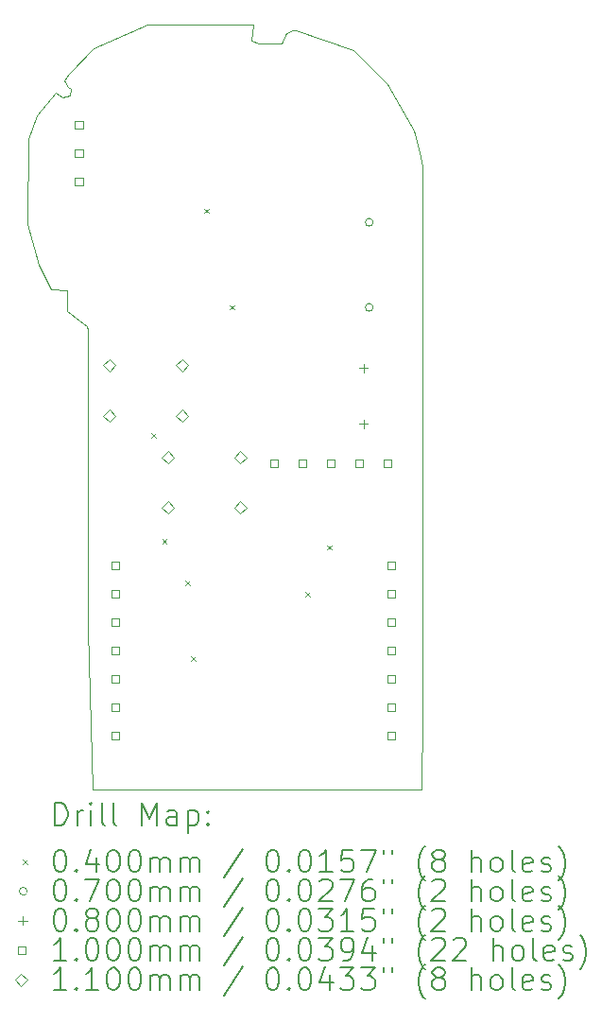
<source format=gbr>
%TF.GenerationSoftware,KiCad,Pcbnew,7.0.1*%
%TF.CreationDate,2023-04-13T23:51:24-04:00*%
%TF.ProjectId,YakBak-soldering-kit,59616b42-616b-42d7-936f-6c646572696e,rev?*%
%TF.SameCoordinates,Original*%
%TF.FileFunction,Drillmap*%
%TF.FilePolarity,Positive*%
%FSLAX45Y45*%
G04 Gerber Fmt 4.5, Leading zero omitted, Abs format (unit mm)*
G04 Created by KiCad (PCBNEW 7.0.1) date 2023-04-13 23:51:24*
%MOMM*%
%LPD*%
G01*
G04 APERTURE LIST*
%ADD10C,0.100000*%
%ADD11C,0.200000*%
%ADD12C,0.040000*%
%ADD13C,0.070000*%
%ADD14C,0.080000*%
%ADD15C,0.110000*%
G04 APERTURE END LIST*
D10*
X11886055Y-4828746D02*
X12193071Y-5130698D01*
X12426803Y-5545617D02*
X12475000Y-5742317D01*
X9433263Y-7252365D02*
X9323103Y-7167526D01*
X9323103Y-7167526D02*
X9319935Y-6980393D01*
X10973852Y-4742716D02*
X11035366Y-4767990D01*
X8967105Y-6387158D02*
X8974554Y-5622489D01*
X9046996Y-5412446D02*
X9219426Y-5209801D01*
X12475000Y-11450000D02*
X12498214Y-11450000D01*
X9555962Y-4811835D02*
X10040725Y-4602528D01*
X10040725Y-4602528D02*
X10988954Y-4599174D01*
X12193071Y-5130698D02*
X12426803Y-5545617D01*
X9350000Y-5175000D02*
X9326568Y-5156908D01*
X9326568Y-5156908D02*
X9290120Y-5098467D01*
X11345644Y-4652615D02*
X11367004Y-4652615D01*
X12498214Y-11450000D02*
X12500000Y-10787440D01*
X11035366Y-4767990D02*
X11241272Y-4767990D01*
X11281013Y-4678742D02*
X11345644Y-4652615D01*
X12475000Y-5742317D02*
X12500000Y-5871164D01*
X9062323Y-6746543D02*
X8967105Y-6387158D01*
X10988954Y-4599174D02*
X10973852Y-4742716D01*
X9219426Y-5209801D02*
X9275000Y-5250000D01*
X9319935Y-6980393D02*
X9172367Y-6965350D01*
X9575000Y-11450000D02*
X12475000Y-11450000D01*
X9290120Y-5098467D02*
X9332082Y-5038731D01*
X9062323Y-6746543D02*
X9062323Y-6746543D01*
X9350000Y-5175000D02*
X9348415Y-5232038D01*
X9546865Y-11450000D02*
X9575000Y-11450000D01*
X8974554Y-5622489D02*
X9046996Y-5412446D01*
X12500000Y-5871164D02*
X12500000Y-10787440D01*
X11241272Y-4767990D02*
X11281013Y-4678742D01*
X9332082Y-5038731D02*
X9555962Y-4811835D01*
X9500000Y-7300000D02*
X9505519Y-7329682D01*
X9172367Y-6965350D02*
X9062323Y-6746543D01*
X9275000Y-5250000D02*
X9348415Y-5232038D01*
X9546865Y-11450000D02*
X9503135Y-10008761D01*
X9503135Y-10008761D02*
X9505519Y-7329682D01*
X11367004Y-4652615D02*
X11886055Y-4828746D01*
X9500000Y-7300000D02*
X9433263Y-7252365D01*
D11*
D12*
X10076500Y-8260400D02*
X10116500Y-8300400D01*
X10116500Y-8260400D02*
X10076500Y-8300400D01*
X10172500Y-9207300D02*
X10212500Y-9247300D01*
X10212500Y-9207300D02*
X10172500Y-9247300D01*
X10380000Y-9580000D02*
X10420000Y-9620000D01*
X10420000Y-9580000D02*
X10380000Y-9620000D01*
X10430000Y-10255000D02*
X10470000Y-10295000D01*
X10470000Y-10255000D02*
X10430000Y-10295000D01*
X10550000Y-6246270D02*
X10590000Y-6286270D01*
X10590000Y-6246270D02*
X10550000Y-6286270D01*
X10775000Y-7111000D02*
X10815000Y-7151000D01*
X10815000Y-7111000D02*
X10775000Y-7151000D01*
X11455000Y-9682800D02*
X11495000Y-9722800D01*
X11495000Y-9682800D02*
X11455000Y-9722800D01*
X11648800Y-9261200D02*
X11688800Y-9301200D01*
X11688800Y-9261200D02*
X11648800Y-9301200D01*
D13*
X12060000Y-6369000D02*
G75*
G03*
X12060000Y-6369000I-35000J0D01*
G01*
X12060000Y-7131000D02*
G75*
G03*
X12060000Y-7131000I-35000J0D01*
G01*
D14*
X11975000Y-7635000D02*
X11975000Y-7715000D01*
X11935000Y-7675000D02*
X12015000Y-7675000D01*
X11975000Y-8135000D02*
X11975000Y-8215000D01*
X11935000Y-8175000D02*
X12015000Y-8175000D01*
D10*
X9460356Y-5531356D02*
X9460356Y-5460644D01*
X9389644Y-5460644D01*
X9389644Y-5531356D01*
X9460356Y-5531356D01*
X9460356Y-5785356D02*
X9460356Y-5714644D01*
X9389644Y-5714644D01*
X9389644Y-5785356D01*
X9460356Y-5785356D01*
X9460356Y-6039356D02*
X9460356Y-5968644D01*
X9389644Y-5968644D01*
X9389644Y-6039356D01*
X9460356Y-6039356D01*
X9785356Y-9477356D02*
X9785356Y-9406644D01*
X9714644Y-9406644D01*
X9714644Y-9477356D01*
X9785356Y-9477356D01*
X9785356Y-9731356D02*
X9785356Y-9660644D01*
X9714644Y-9660644D01*
X9714644Y-9731356D01*
X9785356Y-9731356D01*
X9785356Y-9985356D02*
X9785356Y-9914644D01*
X9714644Y-9914644D01*
X9714644Y-9985356D01*
X9785356Y-9985356D01*
X9785356Y-10239356D02*
X9785356Y-10168644D01*
X9714644Y-10168644D01*
X9714644Y-10239356D01*
X9785356Y-10239356D01*
X9785356Y-10493356D02*
X9785356Y-10422644D01*
X9714644Y-10422644D01*
X9714644Y-10493356D01*
X9785356Y-10493356D01*
X9785356Y-10747356D02*
X9785356Y-10676644D01*
X9714644Y-10676644D01*
X9714644Y-10747356D01*
X9785356Y-10747356D01*
X9785356Y-11001356D02*
X9785356Y-10930644D01*
X9714644Y-10930644D01*
X9714644Y-11001356D01*
X9785356Y-11001356D01*
X11211356Y-8560356D02*
X11211356Y-8489644D01*
X11140644Y-8489644D01*
X11140644Y-8560356D01*
X11211356Y-8560356D01*
X11465356Y-8560356D02*
X11465356Y-8489644D01*
X11394644Y-8489644D01*
X11394644Y-8560356D01*
X11465356Y-8560356D01*
X11719356Y-8560356D02*
X11719356Y-8489644D01*
X11648644Y-8489644D01*
X11648644Y-8560356D01*
X11719356Y-8560356D01*
X11973356Y-8560356D02*
X11973356Y-8489644D01*
X11902644Y-8489644D01*
X11902644Y-8560356D01*
X11973356Y-8560356D01*
X12227356Y-8560356D02*
X12227356Y-8489644D01*
X12156644Y-8489644D01*
X12156644Y-8560356D01*
X12227356Y-8560356D01*
X12260356Y-9477356D02*
X12260356Y-9406644D01*
X12189644Y-9406644D01*
X12189644Y-9477356D01*
X12260356Y-9477356D01*
X12260356Y-9731356D02*
X12260356Y-9660644D01*
X12189644Y-9660644D01*
X12189644Y-9731356D01*
X12260356Y-9731356D01*
X12260356Y-9985356D02*
X12260356Y-9914644D01*
X12189644Y-9914644D01*
X12189644Y-9985356D01*
X12260356Y-9985356D01*
X12260356Y-10239356D02*
X12260356Y-10168644D01*
X12189644Y-10168644D01*
X12189644Y-10239356D01*
X12260356Y-10239356D01*
X12260356Y-10493356D02*
X12260356Y-10422644D01*
X12189644Y-10422644D01*
X12189644Y-10493356D01*
X12260356Y-10493356D01*
X12260356Y-10747356D02*
X12260356Y-10676644D01*
X12189644Y-10676644D01*
X12189644Y-10747356D01*
X12260356Y-10747356D01*
X12260356Y-11001356D02*
X12260356Y-10930644D01*
X12189644Y-10930644D01*
X12189644Y-11001356D01*
X12260356Y-11001356D01*
D15*
X9700000Y-7705000D02*
X9755000Y-7650000D01*
X9700000Y-7595000D01*
X9645000Y-7650000D01*
X9700000Y-7705000D01*
X9700000Y-8155000D02*
X9755000Y-8100000D01*
X9700000Y-8045000D01*
X9645000Y-8100000D01*
X9700000Y-8155000D01*
X10221200Y-8530000D02*
X10276200Y-8475000D01*
X10221200Y-8420000D01*
X10166200Y-8475000D01*
X10221200Y-8530000D01*
X10221200Y-8980000D02*
X10276200Y-8925000D01*
X10221200Y-8870000D01*
X10166200Y-8925000D01*
X10221200Y-8980000D01*
X10350000Y-7705000D02*
X10405000Y-7650000D01*
X10350000Y-7595000D01*
X10295000Y-7650000D01*
X10350000Y-7705000D01*
X10350000Y-8155000D02*
X10405000Y-8100000D01*
X10350000Y-8045000D01*
X10295000Y-8100000D01*
X10350000Y-8155000D01*
X10871200Y-8530000D02*
X10926200Y-8475000D01*
X10871200Y-8420000D01*
X10816200Y-8475000D01*
X10871200Y-8530000D01*
X10871200Y-8980000D02*
X10926200Y-8925000D01*
X10871200Y-8870000D01*
X10816200Y-8925000D01*
X10871200Y-8980000D01*
D11*
X9209724Y-11767524D02*
X9209724Y-11567524D01*
X9209724Y-11567524D02*
X9257343Y-11567524D01*
X9257343Y-11567524D02*
X9285915Y-11577048D01*
X9285915Y-11577048D02*
X9304962Y-11596095D01*
X9304962Y-11596095D02*
X9314486Y-11615143D01*
X9314486Y-11615143D02*
X9324010Y-11653238D01*
X9324010Y-11653238D02*
X9324010Y-11681809D01*
X9324010Y-11681809D02*
X9314486Y-11719905D01*
X9314486Y-11719905D02*
X9304962Y-11738952D01*
X9304962Y-11738952D02*
X9285915Y-11758000D01*
X9285915Y-11758000D02*
X9257343Y-11767524D01*
X9257343Y-11767524D02*
X9209724Y-11767524D01*
X9409724Y-11767524D02*
X9409724Y-11634190D01*
X9409724Y-11672286D02*
X9419248Y-11653238D01*
X9419248Y-11653238D02*
X9428772Y-11643714D01*
X9428772Y-11643714D02*
X9447819Y-11634190D01*
X9447819Y-11634190D02*
X9466867Y-11634190D01*
X9533534Y-11767524D02*
X9533534Y-11634190D01*
X9533534Y-11567524D02*
X9524010Y-11577048D01*
X9524010Y-11577048D02*
X9533534Y-11586571D01*
X9533534Y-11586571D02*
X9543057Y-11577048D01*
X9543057Y-11577048D02*
X9533534Y-11567524D01*
X9533534Y-11567524D02*
X9533534Y-11586571D01*
X9657343Y-11767524D02*
X9638295Y-11758000D01*
X9638295Y-11758000D02*
X9628772Y-11738952D01*
X9628772Y-11738952D02*
X9628772Y-11567524D01*
X9762105Y-11767524D02*
X9743057Y-11758000D01*
X9743057Y-11758000D02*
X9733534Y-11738952D01*
X9733534Y-11738952D02*
X9733534Y-11567524D01*
X9990676Y-11767524D02*
X9990676Y-11567524D01*
X9990676Y-11567524D02*
X10057343Y-11710381D01*
X10057343Y-11710381D02*
X10124010Y-11567524D01*
X10124010Y-11567524D02*
X10124010Y-11767524D01*
X10304962Y-11767524D02*
X10304962Y-11662762D01*
X10304962Y-11662762D02*
X10295438Y-11643714D01*
X10295438Y-11643714D02*
X10276391Y-11634190D01*
X10276391Y-11634190D02*
X10238295Y-11634190D01*
X10238295Y-11634190D02*
X10219248Y-11643714D01*
X10304962Y-11758000D02*
X10285915Y-11767524D01*
X10285915Y-11767524D02*
X10238295Y-11767524D01*
X10238295Y-11767524D02*
X10219248Y-11758000D01*
X10219248Y-11758000D02*
X10209724Y-11738952D01*
X10209724Y-11738952D02*
X10209724Y-11719905D01*
X10209724Y-11719905D02*
X10219248Y-11700857D01*
X10219248Y-11700857D02*
X10238295Y-11691333D01*
X10238295Y-11691333D02*
X10285915Y-11691333D01*
X10285915Y-11691333D02*
X10304962Y-11681809D01*
X10400200Y-11634190D02*
X10400200Y-11834190D01*
X10400200Y-11643714D02*
X10419248Y-11634190D01*
X10419248Y-11634190D02*
X10457343Y-11634190D01*
X10457343Y-11634190D02*
X10476391Y-11643714D01*
X10476391Y-11643714D02*
X10485915Y-11653238D01*
X10485915Y-11653238D02*
X10495438Y-11672286D01*
X10495438Y-11672286D02*
X10495438Y-11729428D01*
X10495438Y-11729428D02*
X10485915Y-11748476D01*
X10485915Y-11748476D02*
X10476391Y-11758000D01*
X10476391Y-11758000D02*
X10457343Y-11767524D01*
X10457343Y-11767524D02*
X10419248Y-11767524D01*
X10419248Y-11767524D02*
X10400200Y-11758000D01*
X10581153Y-11748476D02*
X10590676Y-11758000D01*
X10590676Y-11758000D02*
X10581153Y-11767524D01*
X10581153Y-11767524D02*
X10571629Y-11758000D01*
X10571629Y-11758000D02*
X10581153Y-11748476D01*
X10581153Y-11748476D02*
X10581153Y-11767524D01*
X10581153Y-11643714D02*
X10590676Y-11653238D01*
X10590676Y-11653238D02*
X10581153Y-11662762D01*
X10581153Y-11662762D02*
X10571629Y-11653238D01*
X10571629Y-11653238D02*
X10581153Y-11643714D01*
X10581153Y-11643714D02*
X10581153Y-11662762D01*
D12*
X8922105Y-12075000D02*
X8962105Y-12115000D01*
X8962105Y-12075000D02*
X8922105Y-12115000D01*
D11*
X9247819Y-11987524D02*
X9266867Y-11987524D01*
X9266867Y-11987524D02*
X9285915Y-11997048D01*
X9285915Y-11997048D02*
X9295438Y-12006571D01*
X9295438Y-12006571D02*
X9304962Y-12025619D01*
X9304962Y-12025619D02*
X9314486Y-12063714D01*
X9314486Y-12063714D02*
X9314486Y-12111333D01*
X9314486Y-12111333D02*
X9304962Y-12149428D01*
X9304962Y-12149428D02*
X9295438Y-12168476D01*
X9295438Y-12168476D02*
X9285915Y-12178000D01*
X9285915Y-12178000D02*
X9266867Y-12187524D01*
X9266867Y-12187524D02*
X9247819Y-12187524D01*
X9247819Y-12187524D02*
X9228772Y-12178000D01*
X9228772Y-12178000D02*
X9219248Y-12168476D01*
X9219248Y-12168476D02*
X9209724Y-12149428D01*
X9209724Y-12149428D02*
X9200200Y-12111333D01*
X9200200Y-12111333D02*
X9200200Y-12063714D01*
X9200200Y-12063714D02*
X9209724Y-12025619D01*
X9209724Y-12025619D02*
X9219248Y-12006571D01*
X9219248Y-12006571D02*
X9228772Y-11997048D01*
X9228772Y-11997048D02*
X9247819Y-11987524D01*
X9400200Y-12168476D02*
X9409724Y-12178000D01*
X9409724Y-12178000D02*
X9400200Y-12187524D01*
X9400200Y-12187524D02*
X9390676Y-12178000D01*
X9390676Y-12178000D02*
X9400200Y-12168476D01*
X9400200Y-12168476D02*
X9400200Y-12187524D01*
X9581153Y-12054190D02*
X9581153Y-12187524D01*
X9533534Y-11978000D02*
X9485915Y-12120857D01*
X9485915Y-12120857D02*
X9609724Y-12120857D01*
X9724010Y-11987524D02*
X9743057Y-11987524D01*
X9743057Y-11987524D02*
X9762105Y-11997048D01*
X9762105Y-11997048D02*
X9771629Y-12006571D01*
X9771629Y-12006571D02*
X9781153Y-12025619D01*
X9781153Y-12025619D02*
X9790676Y-12063714D01*
X9790676Y-12063714D02*
X9790676Y-12111333D01*
X9790676Y-12111333D02*
X9781153Y-12149428D01*
X9781153Y-12149428D02*
X9771629Y-12168476D01*
X9771629Y-12168476D02*
X9762105Y-12178000D01*
X9762105Y-12178000D02*
X9743057Y-12187524D01*
X9743057Y-12187524D02*
X9724010Y-12187524D01*
X9724010Y-12187524D02*
X9704962Y-12178000D01*
X9704962Y-12178000D02*
X9695438Y-12168476D01*
X9695438Y-12168476D02*
X9685915Y-12149428D01*
X9685915Y-12149428D02*
X9676391Y-12111333D01*
X9676391Y-12111333D02*
X9676391Y-12063714D01*
X9676391Y-12063714D02*
X9685915Y-12025619D01*
X9685915Y-12025619D02*
X9695438Y-12006571D01*
X9695438Y-12006571D02*
X9704962Y-11997048D01*
X9704962Y-11997048D02*
X9724010Y-11987524D01*
X9914486Y-11987524D02*
X9933534Y-11987524D01*
X9933534Y-11987524D02*
X9952581Y-11997048D01*
X9952581Y-11997048D02*
X9962105Y-12006571D01*
X9962105Y-12006571D02*
X9971629Y-12025619D01*
X9971629Y-12025619D02*
X9981153Y-12063714D01*
X9981153Y-12063714D02*
X9981153Y-12111333D01*
X9981153Y-12111333D02*
X9971629Y-12149428D01*
X9971629Y-12149428D02*
X9962105Y-12168476D01*
X9962105Y-12168476D02*
X9952581Y-12178000D01*
X9952581Y-12178000D02*
X9933534Y-12187524D01*
X9933534Y-12187524D02*
X9914486Y-12187524D01*
X9914486Y-12187524D02*
X9895438Y-12178000D01*
X9895438Y-12178000D02*
X9885915Y-12168476D01*
X9885915Y-12168476D02*
X9876391Y-12149428D01*
X9876391Y-12149428D02*
X9866867Y-12111333D01*
X9866867Y-12111333D02*
X9866867Y-12063714D01*
X9866867Y-12063714D02*
X9876391Y-12025619D01*
X9876391Y-12025619D02*
X9885915Y-12006571D01*
X9885915Y-12006571D02*
X9895438Y-11997048D01*
X9895438Y-11997048D02*
X9914486Y-11987524D01*
X10066867Y-12187524D02*
X10066867Y-12054190D01*
X10066867Y-12073238D02*
X10076391Y-12063714D01*
X10076391Y-12063714D02*
X10095438Y-12054190D01*
X10095438Y-12054190D02*
X10124010Y-12054190D01*
X10124010Y-12054190D02*
X10143057Y-12063714D01*
X10143057Y-12063714D02*
X10152581Y-12082762D01*
X10152581Y-12082762D02*
X10152581Y-12187524D01*
X10152581Y-12082762D02*
X10162105Y-12063714D01*
X10162105Y-12063714D02*
X10181153Y-12054190D01*
X10181153Y-12054190D02*
X10209724Y-12054190D01*
X10209724Y-12054190D02*
X10228772Y-12063714D01*
X10228772Y-12063714D02*
X10238296Y-12082762D01*
X10238296Y-12082762D02*
X10238296Y-12187524D01*
X10333534Y-12187524D02*
X10333534Y-12054190D01*
X10333534Y-12073238D02*
X10343057Y-12063714D01*
X10343057Y-12063714D02*
X10362105Y-12054190D01*
X10362105Y-12054190D02*
X10390677Y-12054190D01*
X10390677Y-12054190D02*
X10409724Y-12063714D01*
X10409724Y-12063714D02*
X10419248Y-12082762D01*
X10419248Y-12082762D02*
X10419248Y-12187524D01*
X10419248Y-12082762D02*
X10428772Y-12063714D01*
X10428772Y-12063714D02*
X10447819Y-12054190D01*
X10447819Y-12054190D02*
X10476391Y-12054190D01*
X10476391Y-12054190D02*
X10495438Y-12063714D01*
X10495438Y-12063714D02*
X10504962Y-12082762D01*
X10504962Y-12082762D02*
X10504962Y-12187524D01*
X10895438Y-11978000D02*
X10724010Y-12235143D01*
X11152581Y-11987524D02*
X11171629Y-11987524D01*
X11171629Y-11987524D02*
X11190677Y-11997048D01*
X11190677Y-11997048D02*
X11200200Y-12006571D01*
X11200200Y-12006571D02*
X11209724Y-12025619D01*
X11209724Y-12025619D02*
X11219248Y-12063714D01*
X11219248Y-12063714D02*
X11219248Y-12111333D01*
X11219248Y-12111333D02*
X11209724Y-12149428D01*
X11209724Y-12149428D02*
X11200200Y-12168476D01*
X11200200Y-12168476D02*
X11190677Y-12178000D01*
X11190677Y-12178000D02*
X11171629Y-12187524D01*
X11171629Y-12187524D02*
X11152581Y-12187524D01*
X11152581Y-12187524D02*
X11133534Y-12178000D01*
X11133534Y-12178000D02*
X11124010Y-12168476D01*
X11124010Y-12168476D02*
X11114486Y-12149428D01*
X11114486Y-12149428D02*
X11104962Y-12111333D01*
X11104962Y-12111333D02*
X11104962Y-12063714D01*
X11104962Y-12063714D02*
X11114486Y-12025619D01*
X11114486Y-12025619D02*
X11124010Y-12006571D01*
X11124010Y-12006571D02*
X11133534Y-11997048D01*
X11133534Y-11997048D02*
X11152581Y-11987524D01*
X11304962Y-12168476D02*
X11314486Y-12178000D01*
X11314486Y-12178000D02*
X11304962Y-12187524D01*
X11304962Y-12187524D02*
X11295438Y-12178000D01*
X11295438Y-12178000D02*
X11304962Y-12168476D01*
X11304962Y-12168476D02*
X11304962Y-12187524D01*
X11438296Y-11987524D02*
X11457343Y-11987524D01*
X11457343Y-11987524D02*
X11476391Y-11997048D01*
X11476391Y-11997048D02*
X11485915Y-12006571D01*
X11485915Y-12006571D02*
X11495438Y-12025619D01*
X11495438Y-12025619D02*
X11504962Y-12063714D01*
X11504962Y-12063714D02*
X11504962Y-12111333D01*
X11504962Y-12111333D02*
X11495438Y-12149428D01*
X11495438Y-12149428D02*
X11485915Y-12168476D01*
X11485915Y-12168476D02*
X11476391Y-12178000D01*
X11476391Y-12178000D02*
X11457343Y-12187524D01*
X11457343Y-12187524D02*
X11438296Y-12187524D01*
X11438296Y-12187524D02*
X11419248Y-12178000D01*
X11419248Y-12178000D02*
X11409724Y-12168476D01*
X11409724Y-12168476D02*
X11400200Y-12149428D01*
X11400200Y-12149428D02*
X11390677Y-12111333D01*
X11390677Y-12111333D02*
X11390677Y-12063714D01*
X11390677Y-12063714D02*
X11400200Y-12025619D01*
X11400200Y-12025619D02*
X11409724Y-12006571D01*
X11409724Y-12006571D02*
X11419248Y-11997048D01*
X11419248Y-11997048D02*
X11438296Y-11987524D01*
X11695438Y-12187524D02*
X11581153Y-12187524D01*
X11638296Y-12187524D02*
X11638296Y-11987524D01*
X11638296Y-11987524D02*
X11619248Y-12016095D01*
X11619248Y-12016095D02*
X11600200Y-12035143D01*
X11600200Y-12035143D02*
X11581153Y-12044667D01*
X11876391Y-11987524D02*
X11781153Y-11987524D01*
X11781153Y-11987524D02*
X11771629Y-12082762D01*
X11771629Y-12082762D02*
X11781153Y-12073238D01*
X11781153Y-12073238D02*
X11800200Y-12063714D01*
X11800200Y-12063714D02*
X11847819Y-12063714D01*
X11847819Y-12063714D02*
X11866867Y-12073238D01*
X11866867Y-12073238D02*
X11876391Y-12082762D01*
X11876391Y-12082762D02*
X11885915Y-12101809D01*
X11885915Y-12101809D02*
X11885915Y-12149428D01*
X11885915Y-12149428D02*
X11876391Y-12168476D01*
X11876391Y-12168476D02*
X11866867Y-12178000D01*
X11866867Y-12178000D02*
X11847819Y-12187524D01*
X11847819Y-12187524D02*
X11800200Y-12187524D01*
X11800200Y-12187524D02*
X11781153Y-12178000D01*
X11781153Y-12178000D02*
X11771629Y-12168476D01*
X11952581Y-11987524D02*
X12085915Y-11987524D01*
X12085915Y-11987524D02*
X12000200Y-12187524D01*
X12152581Y-11987524D02*
X12152581Y-12025619D01*
X12228772Y-11987524D02*
X12228772Y-12025619D01*
X12524010Y-12263714D02*
X12514486Y-12254190D01*
X12514486Y-12254190D02*
X12495439Y-12225619D01*
X12495439Y-12225619D02*
X12485915Y-12206571D01*
X12485915Y-12206571D02*
X12476391Y-12178000D01*
X12476391Y-12178000D02*
X12466867Y-12130381D01*
X12466867Y-12130381D02*
X12466867Y-12092286D01*
X12466867Y-12092286D02*
X12476391Y-12044667D01*
X12476391Y-12044667D02*
X12485915Y-12016095D01*
X12485915Y-12016095D02*
X12495439Y-11997048D01*
X12495439Y-11997048D02*
X12514486Y-11968476D01*
X12514486Y-11968476D02*
X12524010Y-11958952D01*
X12628772Y-12073238D02*
X12609724Y-12063714D01*
X12609724Y-12063714D02*
X12600200Y-12054190D01*
X12600200Y-12054190D02*
X12590677Y-12035143D01*
X12590677Y-12035143D02*
X12590677Y-12025619D01*
X12590677Y-12025619D02*
X12600200Y-12006571D01*
X12600200Y-12006571D02*
X12609724Y-11997048D01*
X12609724Y-11997048D02*
X12628772Y-11987524D01*
X12628772Y-11987524D02*
X12666867Y-11987524D01*
X12666867Y-11987524D02*
X12685915Y-11997048D01*
X12685915Y-11997048D02*
X12695439Y-12006571D01*
X12695439Y-12006571D02*
X12704962Y-12025619D01*
X12704962Y-12025619D02*
X12704962Y-12035143D01*
X12704962Y-12035143D02*
X12695439Y-12054190D01*
X12695439Y-12054190D02*
X12685915Y-12063714D01*
X12685915Y-12063714D02*
X12666867Y-12073238D01*
X12666867Y-12073238D02*
X12628772Y-12073238D01*
X12628772Y-12073238D02*
X12609724Y-12082762D01*
X12609724Y-12082762D02*
X12600200Y-12092286D01*
X12600200Y-12092286D02*
X12590677Y-12111333D01*
X12590677Y-12111333D02*
X12590677Y-12149428D01*
X12590677Y-12149428D02*
X12600200Y-12168476D01*
X12600200Y-12168476D02*
X12609724Y-12178000D01*
X12609724Y-12178000D02*
X12628772Y-12187524D01*
X12628772Y-12187524D02*
X12666867Y-12187524D01*
X12666867Y-12187524D02*
X12685915Y-12178000D01*
X12685915Y-12178000D02*
X12695439Y-12168476D01*
X12695439Y-12168476D02*
X12704962Y-12149428D01*
X12704962Y-12149428D02*
X12704962Y-12111333D01*
X12704962Y-12111333D02*
X12695439Y-12092286D01*
X12695439Y-12092286D02*
X12685915Y-12082762D01*
X12685915Y-12082762D02*
X12666867Y-12073238D01*
X12943058Y-12187524D02*
X12943058Y-11987524D01*
X13028772Y-12187524D02*
X13028772Y-12082762D01*
X13028772Y-12082762D02*
X13019248Y-12063714D01*
X13019248Y-12063714D02*
X13000201Y-12054190D01*
X13000201Y-12054190D02*
X12971629Y-12054190D01*
X12971629Y-12054190D02*
X12952581Y-12063714D01*
X12952581Y-12063714D02*
X12943058Y-12073238D01*
X13152581Y-12187524D02*
X13133534Y-12178000D01*
X13133534Y-12178000D02*
X13124010Y-12168476D01*
X13124010Y-12168476D02*
X13114486Y-12149428D01*
X13114486Y-12149428D02*
X13114486Y-12092286D01*
X13114486Y-12092286D02*
X13124010Y-12073238D01*
X13124010Y-12073238D02*
X13133534Y-12063714D01*
X13133534Y-12063714D02*
X13152581Y-12054190D01*
X13152581Y-12054190D02*
X13181153Y-12054190D01*
X13181153Y-12054190D02*
X13200201Y-12063714D01*
X13200201Y-12063714D02*
X13209724Y-12073238D01*
X13209724Y-12073238D02*
X13219248Y-12092286D01*
X13219248Y-12092286D02*
X13219248Y-12149428D01*
X13219248Y-12149428D02*
X13209724Y-12168476D01*
X13209724Y-12168476D02*
X13200201Y-12178000D01*
X13200201Y-12178000D02*
X13181153Y-12187524D01*
X13181153Y-12187524D02*
X13152581Y-12187524D01*
X13333534Y-12187524D02*
X13314486Y-12178000D01*
X13314486Y-12178000D02*
X13304962Y-12158952D01*
X13304962Y-12158952D02*
X13304962Y-11987524D01*
X13485915Y-12178000D02*
X13466867Y-12187524D01*
X13466867Y-12187524D02*
X13428772Y-12187524D01*
X13428772Y-12187524D02*
X13409724Y-12178000D01*
X13409724Y-12178000D02*
X13400201Y-12158952D01*
X13400201Y-12158952D02*
X13400201Y-12082762D01*
X13400201Y-12082762D02*
X13409724Y-12063714D01*
X13409724Y-12063714D02*
X13428772Y-12054190D01*
X13428772Y-12054190D02*
X13466867Y-12054190D01*
X13466867Y-12054190D02*
X13485915Y-12063714D01*
X13485915Y-12063714D02*
X13495439Y-12082762D01*
X13495439Y-12082762D02*
X13495439Y-12101809D01*
X13495439Y-12101809D02*
X13400201Y-12120857D01*
X13571629Y-12178000D02*
X13590677Y-12187524D01*
X13590677Y-12187524D02*
X13628772Y-12187524D01*
X13628772Y-12187524D02*
X13647820Y-12178000D01*
X13647820Y-12178000D02*
X13657343Y-12158952D01*
X13657343Y-12158952D02*
X13657343Y-12149428D01*
X13657343Y-12149428D02*
X13647820Y-12130381D01*
X13647820Y-12130381D02*
X13628772Y-12120857D01*
X13628772Y-12120857D02*
X13600201Y-12120857D01*
X13600201Y-12120857D02*
X13581153Y-12111333D01*
X13581153Y-12111333D02*
X13571629Y-12092286D01*
X13571629Y-12092286D02*
X13571629Y-12082762D01*
X13571629Y-12082762D02*
X13581153Y-12063714D01*
X13581153Y-12063714D02*
X13600201Y-12054190D01*
X13600201Y-12054190D02*
X13628772Y-12054190D01*
X13628772Y-12054190D02*
X13647820Y-12063714D01*
X13724010Y-12263714D02*
X13733534Y-12254190D01*
X13733534Y-12254190D02*
X13752582Y-12225619D01*
X13752582Y-12225619D02*
X13762105Y-12206571D01*
X13762105Y-12206571D02*
X13771629Y-12178000D01*
X13771629Y-12178000D02*
X13781153Y-12130381D01*
X13781153Y-12130381D02*
X13781153Y-12092286D01*
X13781153Y-12092286D02*
X13771629Y-12044667D01*
X13771629Y-12044667D02*
X13762105Y-12016095D01*
X13762105Y-12016095D02*
X13752582Y-11997048D01*
X13752582Y-11997048D02*
X13733534Y-11968476D01*
X13733534Y-11968476D02*
X13724010Y-11958952D01*
D13*
X8962105Y-12359000D02*
G75*
G03*
X8962105Y-12359000I-35000J0D01*
G01*
D11*
X9247819Y-12251524D02*
X9266867Y-12251524D01*
X9266867Y-12251524D02*
X9285915Y-12261048D01*
X9285915Y-12261048D02*
X9295438Y-12270571D01*
X9295438Y-12270571D02*
X9304962Y-12289619D01*
X9304962Y-12289619D02*
X9314486Y-12327714D01*
X9314486Y-12327714D02*
X9314486Y-12375333D01*
X9314486Y-12375333D02*
X9304962Y-12413428D01*
X9304962Y-12413428D02*
X9295438Y-12432476D01*
X9295438Y-12432476D02*
X9285915Y-12442000D01*
X9285915Y-12442000D02*
X9266867Y-12451524D01*
X9266867Y-12451524D02*
X9247819Y-12451524D01*
X9247819Y-12451524D02*
X9228772Y-12442000D01*
X9228772Y-12442000D02*
X9219248Y-12432476D01*
X9219248Y-12432476D02*
X9209724Y-12413428D01*
X9209724Y-12413428D02*
X9200200Y-12375333D01*
X9200200Y-12375333D02*
X9200200Y-12327714D01*
X9200200Y-12327714D02*
X9209724Y-12289619D01*
X9209724Y-12289619D02*
X9219248Y-12270571D01*
X9219248Y-12270571D02*
X9228772Y-12261048D01*
X9228772Y-12261048D02*
X9247819Y-12251524D01*
X9400200Y-12432476D02*
X9409724Y-12442000D01*
X9409724Y-12442000D02*
X9400200Y-12451524D01*
X9400200Y-12451524D02*
X9390676Y-12442000D01*
X9390676Y-12442000D02*
X9400200Y-12432476D01*
X9400200Y-12432476D02*
X9400200Y-12451524D01*
X9476391Y-12251524D02*
X9609724Y-12251524D01*
X9609724Y-12251524D02*
X9524010Y-12451524D01*
X9724010Y-12251524D02*
X9743057Y-12251524D01*
X9743057Y-12251524D02*
X9762105Y-12261048D01*
X9762105Y-12261048D02*
X9771629Y-12270571D01*
X9771629Y-12270571D02*
X9781153Y-12289619D01*
X9781153Y-12289619D02*
X9790676Y-12327714D01*
X9790676Y-12327714D02*
X9790676Y-12375333D01*
X9790676Y-12375333D02*
X9781153Y-12413428D01*
X9781153Y-12413428D02*
X9771629Y-12432476D01*
X9771629Y-12432476D02*
X9762105Y-12442000D01*
X9762105Y-12442000D02*
X9743057Y-12451524D01*
X9743057Y-12451524D02*
X9724010Y-12451524D01*
X9724010Y-12451524D02*
X9704962Y-12442000D01*
X9704962Y-12442000D02*
X9695438Y-12432476D01*
X9695438Y-12432476D02*
X9685915Y-12413428D01*
X9685915Y-12413428D02*
X9676391Y-12375333D01*
X9676391Y-12375333D02*
X9676391Y-12327714D01*
X9676391Y-12327714D02*
X9685915Y-12289619D01*
X9685915Y-12289619D02*
X9695438Y-12270571D01*
X9695438Y-12270571D02*
X9704962Y-12261048D01*
X9704962Y-12261048D02*
X9724010Y-12251524D01*
X9914486Y-12251524D02*
X9933534Y-12251524D01*
X9933534Y-12251524D02*
X9952581Y-12261048D01*
X9952581Y-12261048D02*
X9962105Y-12270571D01*
X9962105Y-12270571D02*
X9971629Y-12289619D01*
X9971629Y-12289619D02*
X9981153Y-12327714D01*
X9981153Y-12327714D02*
X9981153Y-12375333D01*
X9981153Y-12375333D02*
X9971629Y-12413428D01*
X9971629Y-12413428D02*
X9962105Y-12432476D01*
X9962105Y-12432476D02*
X9952581Y-12442000D01*
X9952581Y-12442000D02*
X9933534Y-12451524D01*
X9933534Y-12451524D02*
X9914486Y-12451524D01*
X9914486Y-12451524D02*
X9895438Y-12442000D01*
X9895438Y-12442000D02*
X9885915Y-12432476D01*
X9885915Y-12432476D02*
X9876391Y-12413428D01*
X9876391Y-12413428D02*
X9866867Y-12375333D01*
X9866867Y-12375333D02*
X9866867Y-12327714D01*
X9866867Y-12327714D02*
X9876391Y-12289619D01*
X9876391Y-12289619D02*
X9885915Y-12270571D01*
X9885915Y-12270571D02*
X9895438Y-12261048D01*
X9895438Y-12261048D02*
X9914486Y-12251524D01*
X10066867Y-12451524D02*
X10066867Y-12318190D01*
X10066867Y-12337238D02*
X10076391Y-12327714D01*
X10076391Y-12327714D02*
X10095438Y-12318190D01*
X10095438Y-12318190D02*
X10124010Y-12318190D01*
X10124010Y-12318190D02*
X10143057Y-12327714D01*
X10143057Y-12327714D02*
X10152581Y-12346762D01*
X10152581Y-12346762D02*
X10152581Y-12451524D01*
X10152581Y-12346762D02*
X10162105Y-12327714D01*
X10162105Y-12327714D02*
X10181153Y-12318190D01*
X10181153Y-12318190D02*
X10209724Y-12318190D01*
X10209724Y-12318190D02*
X10228772Y-12327714D01*
X10228772Y-12327714D02*
X10238296Y-12346762D01*
X10238296Y-12346762D02*
X10238296Y-12451524D01*
X10333534Y-12451524D02*
X10333534Y-12318190D01*
X10333534Y-12337238D02*
X10343057Y-12327714D01*
X10343057Y-12327714D02*
X10362105Y-12318190D01*
X10362105Y-12318190D02*
X10390677Y-12318190D01*
X10390677Y-12318190D02*
X10409724Y-12327714D01*
X10409724Y-12327714D02*
X10419248Y-12346762D01*
X10419248Y-12346762D02*
X10419248Y-12451524D01*
X10419248Y-12346762D02*
X10428772Y-12327714D01*
X10428772Y-12327714D02*
X10447819Y-12318190D01*
X10447819Y-12318190D02*
X10476391Y-12318190D01*
X10476391Y-12318190D02*
X10495438Y-12327714D01*
X10495438Y-12327714D02*
X10504962Y-12346762D01*
X10504962Y-12346762D02*
X10504962Y-12451524D01*
X10895438Y-12242000D02*
X10724010Y-12499143D01*
X11152581Y-12251524D02*
X11171629Y-12251524D01*
X11171629Y-12251524D02*
X11190677Y-12261048D01*
X11190677Y-12261048D02*
X11200200Y-12270571D01*
X11200200Y-12270571D02*
X11209724Y-12289619D01*
X11209724Y-12289619D02*
X11219248Y-12327714D01*
X11219248Y-12327714D02*
X11219248Y-12375333D01*
X11219248Y-12375333D02*
X11209724Y-12413428D01*
X11209724Y-12413428D02*
X11200200Y-12432476D01*
X11200200Y-12432476D02*
X11190677Y-12442000D01*
X11190677Y-12442000D02*
X11171629Y-12451524D01*
X11171629Y-12451524D02*
X11152581Y-12451524D01*
X11152581Y-12451524D02*
X11133534Y-12442000D01*
X11133534Y-12442000D02*
X11124010Y-12432476D01*
X11124010Y-12432476D02*
X11114486Y-12413428D01*
X11114486Y-12413428D02*
X11104962Y-12375333D01*
X11104962Y-12375333D02*
X11104962Y-12327714D01*
X11104962Y-12327714D02*
X11114486Y-12289619D01*
X11114486Y-12289619D02*
X11124010Y-12270571D01*
X11124010Y-12270571D02*
X11133534Y-12261048D01*
X11133534Y-12261048D02*
X11152581Y-12251524D01*
X11304962Y-12432476D02*
X11314486Y-12442000D01*
X11314486Y-12442000D02*
X11304962Y-12451524D01*
X11304962Y-12451524D02*
X11295438Y-12442000D01*
X11295438Y-12442000D02*
X11304962Y-12432476D01*
X11304962Y-12432476D02*
X11304962Y-12451524D01*
X11438296Y-12251524D02*
X11457343Y-12251524D01*
X11457343Y-12251524D02*
X11476391Y-12261048D01*
X11476391Y-12261048D02*
X11485915Y-12270571D01*
X11485915Y-12270571D02*
X11495438Y-12289619D01*
X11495438Y-12289619D02*
X11504962Y-12327714D01*
X11504962Y-12327714D02*
X11504962Y-12375333D01*
X11504962Y-12375333D02*
X11495438Y-12413428D01*
X11495438Y-12413428D02*
X11485915Y-12432476D01*
X11485915Y-12432476D02*
X11476391Y-12442000D01*
X11476391Y-12442000D02*
X11457343Y-12451524D01*
X11457343Y-12451524D02*
X11438296Y-12451524D01*
X11438296Y-12451524D02*
X11419248Y-12442000D01*
X11419248Y-12442000D02*
X11409724Y-12432476D01*
X11409724Y-12432476D02*
X11400200Y-12413428D01*
X11400200Y-12413428D02*
X11390677Y-12375333D01*
X11390677Y-12375333D02*
X11390677Y-12327714D01*
X11390677Y-12327714D02*
X11400200Y-12289619D01*
X11400200Y-12289619D02*
X11409724Y-12270571D01*
X11409724Y-12270571D02*
X11419248Y-12261048D01*
X11419248Y-12261048D02*
X11438296Y-12251524D01*
X11581153Y-12270571D02*
X11590677Y-12261048D01*
X11590677Y-12261048D02*
X11609724Y-12251524D01*
X11609724Y-12251524D02*
X11657343Y-12251524D01*
X11657343Y-12251524D02*
X11676391Y-12261048D01*
X11676391Y-12261048D02*
X11685915Y-12270571D01*
X11685915Y-12270571D02*
X11695438Y-12289619D01*
X11695438Y-12289619D02*
X11695438Y-12308667D01*
X11695438Y-12308667D02*
X11685915Y-12337238D01*
X11685915Y-12337238D02*
X11571629Y-12451524D01*
X11571629Y-12451524D02*
X11695438Y-12451524D01*
X11762105Y-12251524D02*
X11895438Y-12251524D01*
X11895438Y-12251524D02*
X11809724Y-12451524D01*
X12057343Y-12251524D02*
X12019248Y-12251524D01*
X12019248Y-12251524D02*
X12000200Y-12261048D01*
X12000200Y-12261048D02*
X11990677Y-12270571D01*
X11990677Y-12270571D02*
X11971629Y-12299143D01*
X11971629Y-12299143D02*
X11962105Y-12337238D01*
X11962105Y-12337238D02*
X11962105Y-12413428D01*
X11962105Y-12413428D02*
X11971629Y-12432476D01*
X11971629Y-12432476D02*
X11981153Y-12442000D01*
X11981153Y-12442000D02*
X12000200Y-12451524D01*
X12000200Y-12451524D02*
X12038296Y-12451524D01*
X12038296Y-12451524D02*
X12057343Y-12442000D01*
X12057343Y-12442000D02*
X12066867Y-12432476D01*
X12066867Y-12432476D02*
X12076391Y-12413428D01*
X12076391Y-12413428D02*
X12076391Y-12365809D01*
X12076391Y-12365809D02*
X12066867Y-12346762D01*
X12066867Y-12346762D02*
X12057343Y-12337238D01*
X12057343Y-12337238D02*
X12038296Y-12327714D01*
X12038296Y-12327714D02*
X12000200Y-12327714D01*
X12000200Y-12327714D02*
X11981153Y-12337238D01*
X11981153Y-12337238D02*
X11971629Y-12346762D01*
X11971629Y-12346762D02*
X11962105Y-12365809D01*
X12152581Y-12251524D02*
X12152581Y-12289619D01*
X12228772Y-12251524D02*
X12228772Y-12289619D01*
X12524010Y-12527714D02*
X12514486Y-12518190D01*
X12514486Y-12518190D02*
X12495439Y-12489619D01*
X12495439Y-12489619D02*
X12485915Y-12470571D01*
X12485915Y-12470571D02*
X12476391Y-12442000D01*
X12476391Y-12442000D02*
X12466867Y-12394381D01*
X12466867Y-12394381D02*
X12466867Y-12356286D01*
X12466867Y-12356286D02*
X12476391Y-12308667D01*
X12476391Y-12308667D02*
X12485915Y-12280095D01*
X12485915Y-12280095D02*
X12495439Y-12261048D01*
X12495439Y-12261048D02*
X12514486Y-12232476D01*
X12514486Y-12232476D02*
X12524010Y-12222952D01*
X12590677Y-12270571D02*
X12600200Y-12261048D01*
X12600200Y-12261048D02*
X12619248Y-12251524D01*
X12619248Y-12251524D02*
X12666867Y-12251524D01*
X12666867Y-12251524D02*
X12685915Y-12261048D01*
X12685915Y-12261048D02*
X12695439Y-12270571D01*
X12695439Y-12270571D02*
X12704962Y-12289619D01*
X12704962Y-12289619D02*
X12704962Y-12308667D01*
X12704962Y-12308667D02*
X12695439Y-12337238D01*
X12695439Y-12337238D02*
X12581153Y-12451524D01*
X12581153Y-12451524D02*
X12704962Y-12451524D01*
X12943058Y-12451524D02*
X12943058Y-12251524D01*
X13028772Y-12451524D02*
X13028772Y-12346762D01*
X13028772Y-12346762D02*
X13019248Y-12327714D01*
X13019248Y-12327714D02*
X13000201Y-12318190D01*
X13000201Y-12318190D02*
X12971629Y-12318190D01*
X12971629Y-12318190D02*
X12952581Y-12327714D01*
X12952581Y-12327714D02*
X12943058Y-12337238D01*
X13152581Y-12451524D02*
X13133534Y-12442000D01*
X13133534Y-12442000D02*
X13124010Y-12432476D01*
X13124010Y-12432476D02*
X13114486Y-12413428D01*
X13114486Y-12413428D02*
X13114486Y-12356286D01*
X13114486Y-12356286D02*
X13124010Y-12337238D01*
X13124010Y-12337238D02*
X13133534Y-12327714D01*
X13133534Y-12327714D02*
X13152581Y-12318190D01*
X13152581Y-12318190D02*
X13181153Y-12318190D01*
X13181153Y-12318190D02*
X13200201Y-12327714D01*
X13200201Y-12327714D02*
X13209724Y-12337238D01*
X13209724Y-12337238D02*
X13219248Y-12356286D01*
X13219248Y-12356286D02*
X13219248Y-12413428D01*
X13219248Y-12413428D02*
X13209724Y-12432476D01*
X13209724Y-12432476D02*
X13200201Y-12442000D01*
X13200201Y-12442000D02*
X13181153Y-12451524D01*
X13181153Y-12451524D02*
X13152581Y-12451524D01*
X13333534Y-12451524D02*
X13314486Y-12442000D01*
X13314486Y-12442000D02*
X13304962Y-12422952D01*
X13304962Y-12422952D02*
X13304962Y-12251524D01*
X13485915Y-12442000D02*
X13466867Y-12451524D01*
X13466867Y-12451524D02*
X13428772Y-12451524D01*
X13428772Y-12451524D02*
X13409724Y-12442000D01*
X13409724Y-12442000D02*
X13400201Y-12422952D01*
X13400201Y-12422952D02*
X13400201Y-12346762D01*
X13400201Y-12346762D02*
X13409724Y-12327714D01*
X13409724Y-12327714D02*
X13428772Y-12318190D01*
X13428772Y-12318190D02*
X13466867Y-12318190D01*
X13466867Y-12318190D02*
X13485915Y-12327714D01*
X13485915Y-12327714D02*
X13495439Y-12346762D01*
X13495439Y-12346762D02*
X13495439Y-12365809D01*
X13495439Y-12365809D02*
X13400201Y-12384857D01*
X13571629Y-12442000D02*
X13590677Y-12451524D01*
X13590677Y-12451524D02*
X13628772Y-12451524D01*
X13628772Y-12451524D02*
X13647820Y-12442000D01*
X13647820Y-12442000D02*
X13657343Y-12422952D01*
X13657343Y-12422952D02*
X13657343Y-12413428D01*
X13657343Y-12413428D02*
X13647820Y-12394381D01*
X13647820Y-12394381D02*
X13628772Y-12384857D01*
X13628772Y-12384857D02*
X13600201Y-12384857D01*
X13600201Y-12384857D02*
X13581153Y-12375333D01*
X13581153Y-12375333D02*
X13571629Y-12356286D01*
X13571629Y-12356286D02*
X13571629Y-12346762D01*
X13571629Y-12346762D02*
X13581153Y-12327714D01*
X13581153Y-12327714D02*
X13600201Y-12318190D01*
X13600201Y-12318190D02*
X13628772Y-12318190D01*
X13628772Y-12318190D02*
X13647820Y-12327714D01*
X13724010Y-12527714D02*
X13733534Y-12518190D01*
X13733534Y-12518190D02*
X13752582Y-12489619D01*
X13752582Y-12489619D02*
X13762105Y-12470571D01*
X13762105Y-12470571D02*
X13771629Y-12442000D01*
X13771629Y-12442000D02*
X13781153Y-12394381D01*
X13781153Y-12394381D02*
X13781153Y-12356286D01*
X13781153Y-12356286D02*
X13771629Y-12308667D01*
X13771629Y-12308667D02*
X13762105Y-12280095D01*
X13762105Y-12280095D02*
X13752582Y-12261048D01*
X13752582Y-12261048D02*
X13733534Y-12232476D01*
X13733534Y-12232476D02*
X13724010Y-12222952D01*
D14*
X8922105Y-12583000D02*
X8922105Y-12663000D01*
X8882105Y-12623000D02*
X8962105Y-12623000D01*
D11*
X9247819Y-12515524D02*
X9266867Y-12515524D01*
X9266867Y-12515524D02*
X9285915Y-12525048D01*
X9285915Y-12525048D02*
X9295438Y-12534571D01*
X9295438Y-12534571D02*
X9304962Y-12553619D01*
X9304962Y-12553619D02*
X9314486Y-12591714D01*
X9314486Y-12591714D02*
X9314486Y-12639333D01*
X9314486Y-12639333D02*
X9304962Y-12677428D01*
X9304962Y-12677428D02*
X9295438Y-12696476D01*
X9295438Y-12696476D02*
X9285915Y-12706000D01*
X9285915Y-12706000D02*
X9266867Y-12715524D01*
X9266867Y-12715524D02*
X9247819Y-12715524D01*
X9247819Y-12715524D02*
X9228772Y-12706000D01*
X9228772Y-12706000D02*
X9219248Y-12696476D01*
X9219248Y-12696476D02*
X9209724Y-12677428D01*
X9209724Y-12677428D02*
X9200200Y-12639333D01*
X9200200Y-12639333D02*
X9200200Y-12591714D01*
X9200200Y-12591714D02*
X9209724Y-12553619D01*
X9209724Y-12553619D02*
X9219248Y-12534571D01*
X9219248Y-12534571D02*
X9228772Y-12525048D01*
X9228772Y-12525048D02*
X9247819Y-12515524D01*
X9400200Y-12696476D02*
X9409724Y-12706000D01*
X9409724Y-12706000D02*
X9400200Y-12715524D01*
X9400200Y-12715524D02*
X9390676Y-12706000D01*
X9390676Y-12706000D02*
X9400200Y-12696476D01*
X9400200Y-12696476D02*
X9400200Y-12715524D01*
X9524010Y-12601238D02*
X9504962Y-12591714D01*
X9504962Y-12591714D02*
X9495438Y-12582190D01*
X9495438Y-12582190D02*
X9485915Y-12563143D01*
X9485915Y-12563143D02*
X9485915Y-12553619D01*
X9485915Y-12553619D02*
X9495438Y-12534571D01*
X9495438Y-12534571D02*
X9504962Y-12525048D01*
X9504962Y-12525048D02*
X9524010Y-12515524D01*
X9524010Y-12515524D02*
X9562105Y-12515524D01*
X9562105Y-12515524D02*
X9581153Y-12525048D01*
X9581153Y-12525048D02*
X9590676Y-12534571D01*
X9590676Y-12534571D02*
X9600200Y-12553619D01*
X9600200Y-12553619D02*
X9600200Y-12563143D01*
X9600200Y-12563143D02*
X9590676Y-12582190D01*
X9590676Y-12582190D02*
X9581153Y-12591714D01*
X9581153Y-12591714D02*
X9562105Y-12601238D01*
X9562105Y-12601238D02*
X9524010Y-12601238D01*
X9524010Y-12601238D02*
X9504962Y-12610762D01*
X9504962Y-12610762D02*
X9495438Y-12620286D01*
X9495438Y-12620286D02*
X9485915Y-12639333D01*
X9485915Y-12639333D02*
X9485915Y-12677428D01*
X9485915Y-12677428D02*
X9495438Y-12696476D01*
X9495438Y-12696476D02*
X9504962Y-12706000D01*
X9504962Y-12706000D02*
X9524010Y-12715524D01*
X9524010Y-12715524D02*
X9562105Y-12715524D01*
X9562105Y-12715524D02*
X9581153Y-12706000D01*
X9581153Y-12706000D02*
X9590676Y-12696476D01*
X9590676Y-12696476D02*
X9600200Y-12677428D01*
X9600200Y-12677428D02*
X9600200Y-12639333D01*
X9600200Y-12639333D02*
X9590676Y-12620286D01*
X9590676Y-12620286D02*
X9581153Y-12610762D01*
X9581153Y-12610762D02*
X9562105Y-12601238D01*
X9724010Y-12515524D02*
X9743057Y-12515524D01*
X9743057Y-12515524D02*
X9762105Y-12525048D01*
X9762105Y-12525048D02*
X9771629Y-12534571D01*
X9771629Y-12534571D02*
X9781153Y-12553619D01*
X9781153Y-12553619D02*
X9790676Y-12591714D01*
X9790676Y-12591714D02*
X9790676Y-12639333D01*
X9790676Y-12639333D02*
X9781153Y-12677428D01*
X9781153Y-12677428D02*
X9771629Y-12696476D01*
X9771629Y-12696476D02*
X9762105Y-12706000D01*
X9762105Y-12706000D02*
X9743057Y-12715524D01*
X9743057Y-12715524D02*
X9724010Y-12715524D01*
X9724010Y-12715524D02*
X9704962Y-12706000D01*
X9704962Y-12706000D02*
X9695438Y-12696476D01*
X9695438Y-12696476D02*
X9685915Y-12677428D01*
X9685915Y-12677428D02*
X9676391Y-12639333D01*
X9676391Y-12639333D02*
X9676391Y-12591714D01*
X9676391Y-12591714D02*
X9685915Y-12553619D01*
X9685915Y-12553619D02*
X9695438Y-12534571D01*
X9695438Y-12534571D02*
X9704962Y-12525048D01*
X9704962Y-12525048D02*
X9724010Y-12515524D01*
X9914486Y-12515524D02*
X9933534Y-12515524D01*
X9933534Y-12515524D02*
X9952581Y-12525048D01*
X9952581Y-12525048D02*
X9962105Y-12534571D01*
X9962105Y-12534571D02*
X9971629Y-12553619D01*
X9971629Y-12553619D02*
X9981153Y-12591714D01*
X9981153Y-12591714D02*
X9981153Y-12639333D01*
X9981153Y-12639333D02*
X9971629Y-12677428D01*
X9971629Y-12677428D02*
X9962105Y-12696476D01*
X9962105Y-12696476D02*
X9952581Y-12706000D01*
X9952581Y-12706000D02*
X9933534Y-12715524D01*
X9933534Y-12715524D02*
X9914486Y-12715524D01*
X9914486Y-12715524D02*
X9895438Y-12706000D01*
X9895438Y-12706000D02*
X9885915Y-12696476D01*
X9885915Y-12696476D02*
X9876391Y-12677428D01*
X9876391Y-12677428D02*
X9866867Y-12639333D01*
X9866867Y-12639333D02*
X9866867Y-12591714D01*
X9866867Y-12591714D02*
X9876391Y-12553619D01*
X9876391Y-12553619D02*
X9885915Y-12534571D01*
X9885915Y-12534571D02*
X9895438Y-12525048D01*
X9895438Y-12525048D02*
X9914486Y-12515524D01*
X10066867Y-12715524D02*
X10066867Y-12582190D01*
X10066867Y-12601238D02*
X10076391Y-12591714D01*
X10076391Y-12591714D02*
X10095438Y-12582190D01*
X10095438Y-12582190D02*
X10124010Y-12582190D01*
X10124010Y-12582190D02*
X10143057Y-12591714D01*
X10143057Y-12591714D02*
X10152581Y-12610762D01*
X10152581Y-12610762D02*
X10152581Y-12715524D01*
X10152581Y-12610762D02*
X10162105Y-12591714D01*
X10162105Y-12591714D02*
X10181153Y-12582190D01*
X10181153Y-12582190D02*
X10209724Y-12582190D01*
X10209724Y-12582190D02*
X10228772Y-12591714D01*
X10228772Y-12591714D02*
X10238296Y-12610762D01*
X10238296Y-12610762D02*
X10238296Y-12715524D01*
X10333534Y-12715524D02*
X10333534Y-12582190D01*
X10333534Y-12601238D02*
X10343057Y-12591714D01*
X10343057Y-12591714D02*
X10362105Y-12582190D01*
X10362105Y-12582190D02*
X10390677Y-12582190D01*
X10390677Y-12582190D02*
X10409724Y-12591714D01*
X10409724Y-12591714D02*
X10419248Y-12610762D01*
X10419248Y-12610762D02*
X10419248Y-12715524D01*
X10419248Y-12610762D02*
X10428772Y-12591714D01*
X10428772Y-12591714D02*
X10447819Y-12582190D01*
X10447819Y-12582190D02*
X10476391Y-12582190D01*
X10476391Y-12582190D02*
X10495438Y-12591714D01*
X10495438Y-12591714D02*
X10504962Y-12610762D01*
X10504962Y-12610762D02*
X10504962Y-12715524D01*
X10895438Y-12506000D02*
X10724010Y-12763143D01*
X11152581Y-12515524D02*
X11171629Y-12515524D01*
X11171629Y-12515524D02*
X11190677Y-12525048D01*
X11190677Y-12525048D02*
X11200200Y-12534571D01*
X11200200Y-12534571D02*
X11209724Y-12553619D01*
X11209724Y-12553619D02*
X11219248Y-12591714D01*
X11219248Y-12591714D02*
X11219248Y-12639333D01*
X11219248Y-12639333D02*
X11209724Y-12677428D01*
X11209724Y-12677428D02*
X11200200Y-12696476D01*
X11200200Y-12696476D02*
X11190677Y-12706000D01*
X11190677Y-12706000D02*
X11171629Y-12715524D01*
X11171629Y-12715524D02*
X11152581Y-12715524D01*
X11152581Y-12715524D02*
X11133534Y-12706000D01*
X11133534Y-12706000D02*
X11124010Y-12696476D01*
X11124010Y-12696476D02*
X11114486Y-12677428D01*
X11114486Y-12677428D02*
X11104962Y-12639333D01*
X11104962Y-12639333D02*
X11104962Y-12591714D01*
X11104962Y-12591714D02*
X11114486Y-12553619D01*
X11114486Y-12553619D02*
X11124010Y-12534571D01*
X11124010Y-12534571D02*
X11133534Y-12525048D01*
X11133534Y-12525048D02*
X11152581Y-12515524D01*
X11304962Y-12696476D02*
X11314486Y-12706000D01*
X11314486Y-12706000D02*
X11304962Y-12715524D01*
X11304962Y-12715524D02*
X11295438Y-12706000D01*
X11295438Y-12706000D02*
X11304962Y-12696476D01*
X11304962Y-12696476D02*
X11304962Y-12715524D01*
X11438296Y-12515524D02*
X11457343Y-12515524D01*
X11457343Y-12515524D02*
X11476391Y-12525048D01*
X11476391Y-12525048D02*
X11485915Y-12534571D01*
X11485915Y-12534571D02*
X11495438Y-12553619D01*
X11495438Y-12553619D02*
X11504962Y-12591714D01*
X11504962Y-12591714D02*
X11504962Y-12639333D01*
X11504962Y-12639333D02*
X11495438Y-12677428D01*
X11495438Y-12677428D02*
X11485915Y-12696476D01*
X11485915Y-12696476D02*
X11476391Y-12706000D01*
X11476391Y-12706000D02*
X11457343Y-12715524D01*
X11457343Y-12715524D02*
X11438296Y-12715524D01*
X11438296Y-12715524D02*
X11419248Y-12706000D01*
X11419248Y-12706000D02*
X11409724Y-12696476D01*
X11409724Y-12696476D02*
X11400200Y-12677428D01*
X11400200Y-12677428D02*
X11390677Y-12639333D01*
X11390677Y-12639333D02*
X11390677Y-12591714D01*
X11390677Y-12591714D02*
X11400200Y-12553619D01*
X11400200Y-12553619D02*
X11409724Y-12534571D01*
X11409724Y-12534571D02*
X11419248Y-12525048D01*
X11419248Y-12525048D02*
X11438296Y-12515524D01*
X11571629Y-12515524D02*
X11695438Y-12515524D01*
X11695438Y-12515524D02*
X11628772Y-12591714D01*
X11628772Y-12591714D02*
X11657343Y-12591714D01*
X11657343Y-12591714D02*
X11676391Y-12601238D01*
X11676391Y-12601238D02*
X11685915Y-12610762D01*
X11685915Y-12610762D02*
X11695438Y-12629809D01*
X11695438Y-12629809D02*
X11695438Y-12677428D01*
X11695438Y-12677428D02*
X11685915Y-12696476D01*
X11685915Y-12696476D02*
X11676391Y-12706000D01*
X11676391Y-12706000D02*
X11657343Y-12715524D01*
X11657343Y-12715524D02*
X11600200Y-12715524D01*
X11600200Y-12715524D02*
X11581153Y-12706000D01*
X11581153Y-12706000D02*
X11571629Y-12696476D01*
X11885915Y-12715524D02*
X11771629Y-12715524D01*
X11828772Y-12715524D02*
X11828772Y-12515524D01*
X11828772Y-12515524D02*
X11809724Y-12544095D01*
X11809724Y-12544095D02*
X11790677Y-12563143D01*
X11790677Y-12563143D02*
X11771629Y-12572667D01*
X12066867Y-12515524D02*
X11971629Y-12515524D01*
X11971629Y-12515524D02*
X11962105Y-12610762D01*
X11962105Y-12610762D02*
X11971629Y-12601238D01*
X11971629Y-12601238D02*
X11990677Y-12591714D01*
X11990677Y-12591714D02*
X12038296Y-12591714D01*
X12038296Y-12591714D02*
X12057343Y-12601238D01*
X12057343Y-12601238D02*
X12066867Y-12610762D01*
X12066867Y-12610762D02*
X12076391Y-12629809D01*
X12076391Y-12629809D02*
X12076391Y-12677428D01*
X12076391Y-12677428D02*
X12066867Y-12696476D01*
X12066867Y-12696476D02*
X12057343Y-12706000D01*
X12057343Y-12706000D02*
X12038296Y-12715524D01*
X12038296Y-12715524D02*
X11990677Y-12715524D01*
X11990677Y-12715524D02*
X11971629Y-12706000D01*
X11971629Y-12706000D02*
X11962105Y-12696476D01*
X12152581Y-12515524D02*
X12152581Y-12553619D01*
X12228772Y-12515524D02*
X12228772Y-12553619D01*
X12524010Y-12791714D02*
X12514486Y-12782190D01*
X12514486Y-12782190D02*
X12495439Y-12753619D01*
X12495439Y-12753619D02*
X12485915Y-12734571D01*
X12485915Y-12734571D02*
X12476391Y-12706000D01*
X12476391Y-12706000D02*
X12466867Y-12658381D01*
X12466867Y-12658381D02*
X12466867Y-12620286D01*
X12466867Y-12620286D02*
X12476391Y-12572667D01*
X12476391Y-12572667D02*
X12485915Y-12544095D01*
X12485915Y-12544095D02*
X12495439Y-12525048D01*
X12495439Y-12525048D02*
X12514486Y-12496476D01*
X12514486Y-12496476D02*
X12524010Y-12486952D01*
X12590677Y-12534571D02*
X12600200Y-12525048D01*
X12600200Y-12525048D02*
X12619248Y-12515524D01*
X12619248Y-12515524D02*
X12666867Y-12515524D01*
X12666867Y-12515524D02*
X12685915Y-12525048D01*
X12685915Y-12525048D02*
X12695439Y-12534571D01*
X12695439Y-12534571D02*
X12704962Y-12553619D01*
X12704962Y-12553619D02*
X12704962Y-12572667D01*
X12704962Y-12572667D02*
X12695439Y-12601238D01*
X12695439Y-12601238D02*
X12581153Y-12715524D01*
X12581153Y-12715524D02*
X12704962Y-12715524D01*
X12943058Y-12715524D02*
X12943058Y-12515524D01*
X13028772Y-12715524D02*
X13028772Y-12610762D01*
X13028772Y-12610762D02*
X13019248Y-12591714D01*
X13019248Y-12591714D02*
X13000201Y-12582190D01*
X13000201Y-12582190D02*
X12971629Y-12582190D01*
X12971629Y-12582190D02*
X12952581Y-12591714D01*
X12952581Y-12591714D02*
X12943058Y-12601238D01*
X13152581Y-12715524D02*
X13133534Y-12706000D01*
X13133534Y-12706000D02*
X13124010Y-12696476D01*
X13124010Y-12696476D02*
X13114486Y-12677428D01*
X13114486Y-12677428D02*
X13114486Y-12620286D01*
X13114486Y-12620286D02*
X13124010Y-12601238D01*
X13124010Y-12601238D02*
X13133534Y-12591714D01*
X13133534Y-12591714D02*
X13152581Y-12582190D01*
X13152581Y-12582190D02*
X13181153Y-12582190D01*
X13181153Y-12582190D02*
X13200201Y-12591714D01*
X13200201Y-12591714D02*
X13209724Y-12601238D01*
X13209724Y-12601238D02*
X13219248Y-12620286D01*
X13219248Y-12620286D02*
X13219248Y-12677428D01*
X13219248Y-12677428D02*
X13209724Y-12696476D01*
X13209724Y-12696476D02*
X13200201Y-12706000D01*
X13200201Y-12706000D02*
X13181153Y-12715524D01*
X13181153Y-12715524D02*
X13152581Y-12715524D01*
X13333534Y-12715524D02*
X13314486Y-12706000D01*
X13314486Y-12706000D02*
X13304962Y-12686952D01*
X13304962Y-12686952D02*
X13304962Y-12515524D01*
X13485915Y-12706000D02*
X13466867Y-12715524D01*
X13466867Y-12715524D02*
X13428772Y-12715524D01*
X13428772Y-12715524D02*
X13409724Y-12706000D01*
X13409724Y-12706000D02*
X13400201Y-12686952D01*
X13400201Y-12686952D02*
X13400201Y-12610762D01*
X13400201Y-12610762D02*
X13409724Y-12591714D01*
X13409724Y-12591714D02*
X13428772Y-12582190D01*
X13428772Y-12582190D02*
X13466867Y-12582190D01*
X13466867Y-12582190D02*
X13485915Y-12591714D01*
X13485915Y-12591714D02*
X13495439Y-12610762D01*
X13495439Y-12610762D02*
X13495439Y-12629809D01*
X13495439Y-12629809D02*
X13400201Y-12648857D01*
X13571629Y-12706000D02*
X13590677Y-12715524D01*
X13590677Y-12715524D02*
X13628772Y-12715524D01*
X13628772Y-12715524D02*
X13647820Y-12706000D01*
X13647820Y-12706000D02*
X13657343Y-12686952D01*
X13657343Y-12686952D02*
X13657343Y-12677428D01*
X13657343Y-12677428D02*
X13647820Y-12658381D01*
X13647820Y-12658381D02*
X13628772Y-12648857D01*
X13628772Y-12648857D02*
X13600201Y-12648857D01*
X13600201Y-12648857D02*
X13581153Y-12639333D01*
X13581153Y-12639333D02*
X13571629Y-12620286D01*
X13571629Y-12620286D02*
X13571629Y-12610762D01*
X13571629Y-12610762D02*
X13581153Y-12591714D01*
X13581153Y-12591714D02*
X13600201Y-12582190D01*
X13600201Y-12582190D02*
X13628772Y-12582190D01*
X13628772Y-12582190D02*
X13647820Y-12591714D01*
X13724010Y-12791714D02*
X13733534Y-12782190D01*
X13733534Y-12782190D02*
X13752582Y-12753619D01*
X13752582Y-12753619D02*
X13762105Y-12734571D01*
X13762105Y-12734571D02*
X13771629Y-12706000D01*
X13771629Y-12706000D02*
X13781153Y-12658381D01*
X13781153Y-12658381D02*
X13781153Y-12620286D01*
X13781153Y-12620286D02*
X13771629Y-12572667D01*
X13771629Y-12572667D02*
X13762105Y-12544095D01*
X13762105Y-12544095D02*
X13752582Y-12525048D01*
X13752582Y-12525048D02*
X13733534Y-12496476D01*
X13733534Y-12496476D02*
X13724010Y-12486952D01*
D10*
X8947461Y-12922356D02*
X8947461Y-12851644D01*
X8876749Y-12851644D01*
X8876749Y-12922356D01*
X8947461Y-12922356D01*
D11*
X9314486Y-12979524D02*
X9200200Y-12979524D01*
X9257343Y-12979524D02*
X9257343Y-12779524D01*
X9257343Y-12779524D02*
X9238295Y-12808095D01*
X9238295Y-12808095D02*
X9219248Y-12827143D01*
X9219248Y-12827143D02*
X9200200Y-12836667D01*
X9400200Y-12960476D02*
X9409724Y-12970000D01*
X9409724Y-12970000D02*
X9400200Y-12979524D01*
X9400200Y-12979524D02*
X9390676Y-12970000D01*
X9390676Y-12970000D02*
X9400200Y-12960476D01*
X9400200Y-12960476D02*
X9400200Y-12979524D01*
X9533534Y-12779524D02*
X9552581Y-12779524D01*
X9552581Y-12779524D02*
X9571629Y-12789048D01*
X9571629Y-12789048D02*
X9581153Y-12798571D01*
X9581153Y-12798571D02*
X9590676Y-12817619D01*
X9590676Y-12817619D02*
X9600200Y-12855714D01*
X9600200Y-12855714D02*
X9600200Y-12903333D01*
X9600200Y-12903333D02*
X9590676Y-12941428D01*
X9590676Y-12941428D02*
X9581153Y-12960476D01*
X9581153Y-12960476D02*
X9571629Y-12970000D01*
X9571629Y-12970000D02*
X9552581Y-12979524D01*
X9552581Y-12979524D02*
X9533534Y-12979524D01*
X9533534Y-12979524D02*
X9514486Y-12970000D01*
X9514486Y-12970000D02*
X9504962Y-12960476D01*
X9504962Y-12960476D02*
X9495438Y-12941428D01*
X9495438Y-12941428D02*
X9485915Y-12903333D01*
X9485915Y-12903333D02*
X9485915Y-12855714D01*
X9485915Y-12855714D02*
X9495438Y-12817619D01*
X9495438Y-12817619D02*
X9504962Y-12798571D01*
X9504962Y-12798571D02*
X9514486Y-12789048D01*
X9514486Y-12789048D02*
X9533534Y-12779524D01*
X9724010Y-12779524D02*
X9743057Y-12779524D01*
X9743057Y-12779524D02*
X9762105Y-12789048D01*
X9762105Y-12789048D02*
X9771629Y-12798571D01*
X9771629Y-12798571D02*
X9781153Y-12817619D01*
X9781153Y-12817619D02*
X9790676Y-12855714D01*
X9790676Y-12855714D02*
X9790676Y-12903333D01*
X9790676Y-12903333D02*
X9781153Y-12941428D01*
X9781153Y-12941428D02*
X9771629Y-12960476D01*
X9771629Y-12960476D02*
X9762105Y-12970000D01*
X9762105Y-12970000D02*
X9743057Y-12979524D01*
X9743057Y-12979524D02*
X9724010Y-12979524D01*
X9724010Y-12979524D02*
X9704962Y-12970000D01*
X9704962Y-12970000D02*
X9695438Y-12960476D01*
X9695438Y-12960476D02*
X9685915Y-12941428D01*
X9685915Y-12941428D02*
X9676391Y-12903333D01*
X9676391Y-12903333D02*
X9676391Y-12855714D01*
X9676391Y-12855714D02*
X9685915Y-12817619D01*
X9685915Y-12817619D02*
X9695438Y-12798571D01*
X9695438Y-12798571D02*
X9704962Y-12789048D01*
X9704962Y-12789048D02*
X9724010Y-12779524D01*
X9914486Y-12779524D02*
X9933534Y-12779524D01*
X9933534Y-12779524D02*
X9952581Y-12789048D01*
X9952581Y-12789048D02*
X9962105Y-12798571D01*
X9962105Y-12798571D02*
X9971629Y-12817619D01*
X9971629Y-12817619D02*
X9981153Y-12855714D01*
X9981153Y-12855714D02*
X9981153Y-12903333D01*
X9981153Y-12903333D02*
X9971629Y-12941428D01*
X9971629Y-12941428D02*
X9962105Y-12960476D01*
X9962105Y-12960476D02*
X9952581Y-12970000D01*
X9952581Y-12970000D02*
X9933534Y-12979524D01*
X9933534Y-12979524D02*
X9914486Y-12979524D01*
X9914486Y-12979524D02*
X9895438Y-12970000D01*
X9895438Y-12970000D02*
X9885915Y-12960476D01*
X9885915Y-12960476D02*
X9876391Y-12941428D01*
X9876391Y-12941428D02*
X9866867Y-12903333D01*
X9866867Y-12903333D02*
X9866867Y-12855714D01*
X9866867Y-12855714D02*
X9876391Y-12817619D01*
X9876391Y-12817619D02*
X9885915Y-12798571D01*
X9885915Y-12798571D02*
X9895438Y-12789048D01*
X9895438Y-12789048D02*
X9914486Y-12779524D01*
X10066867Y-12979524D02*
X10066867Y-12846190D01*
X10066867Y-12865238D02*
X10076391Y-12855714D01*
X10076391Y-12855714D02*
X10095438Y-12846190D01*
X10095438Y-12846190D02*
X10124010Y-12846190D01*
X10124010Y-12846190D02*
X10143057Y-12855714D01*
X10143057Y-12855714D02*
X10152581Y-12874762D01*
X10152581Y-12874762D02*
X10152581Y-12979524D01*
X10152581Y-12874762D02*
X10162105Y-12855714D01*
X10162105Y-12855714D02*
X10181153Y-12846190D01*
X10181153Y-12846190D02*
X10209724Y-12846190D01*
X10209724Y-12846190D02*
X10228772Y-12855714D01*
X10228772Y-12855714D02*
X10238296Y-12874762D01*
X10238296Y-12874762D02*
X10238296Y-12979524D01*
X10333534Y-12979524D02*
X10333534Y-12846190D01*
X10333534Y-12865238D02*
X10343057Y-12855714D01*
X10343057Y-12855714D02*
X10362105Y-12846190D01*
X10362105Y-12846190D02*
X10390677Y-12846190D01*
X10390677Y-12846190D02*
X10409724Y-12855714D01*
X10409724Y-12855714D02*
X10419248Y-12874762D01*
X10419248Y-12874762D02*
X10419248Y-12979524D01*
X10419248Y-12874762D02*
X10428772Y-12855714D01*
X10428772Y-12855714D02*
X10447819Y-12846190D01*
X10447819Y-12846190D02*
X10476391Y-12846190D01*
X10476391Y-12846190D02*
X10495438Y-12855714D01*
X10495438Y-12855714D02*
X10504962Y-12874762D01*
X10504962Y-12874762D02*
X10504962Y-12979524D01*
X10895438Y-12770000D02*
X10724010Y-13027143D01*
X11152581Y-12779524D02*
X11171629Y-12779524D01*
X11171629Y-12779524D02*
X11190677Y-12789048D01*
X11190677Y-12789048D02*
X11200200Y-12798571D01*
X11200200Y-12798571D02*
X11209724Y-12817619D01*
X11209724Y-12817619D02*
X11219248Y-12855714D01*
X11219248Y-12855714D02*
X11219248Y-12903333D01*
X11219248Y-12903333D02*
X11209724Y-12941428D01*
X11209724Y-12941428D02*
X11200200Y-12960476D01*
X11200200Y-12960476D02*
X11190677Y-12970000D01*
X11190677Y-12970000D02*
X11171629Y-12979524D01*
X11171629Y-12979524D02*
X11152581Y-12979524D01*
X11152581Y-12979524D02*
X11133534Y-12970000D01*
X11133534Y-12970000D02*
X11124010Y-12960476D01*
X11124010Y-12960476D02*
X11114486Y-12941428D01*
X11114486Y-12941428D02*
X11104962Y-12903333D01*
X11104962Y-12903333D02*
X11104962Y-12855714D01*
X11104962Y-12855714D02*
X11114486Y-12817619D01*
X11114486Y-12817619D02*
X11124010Y-12798571D01*
X11124010Y-12798571D02*
X11133534Y-12789048D01*
X11133534Y-12789048D02*
X11152581Y-12779524D01*
X11304962Y-12960476D02*
X11314486Y-12970000D01*
X11314486Y-12970000D02*
X11304962Y-12979524D01*
X11304962Y-12979524D02*
X11295438Y-12970000D01*
X11295438Y-12970000D02*
X11304962Y-12960476D01*
X11304962Y-12960476D02*
X11304962Y-12979524D01*
X11438296Y-12779524D02*
X11457343Y-12779524D01*
X11457343Y-12779524D02*
X11476391Y-12789048D01*
X11476391Y-12789048D02*
X11485915Y-12798571D01*
X11485915Y-12798571D02*
X11495438Y-12817619D01*
X11495438Y-12817619D02*
X11504962Y-12855714D01*
X11504962Y-12855714D02*
X11504962Y-12903333D01*
X11504962Y-12903333D02*
X11495438Y-12941428D01*
X11495438Y-12941428D02*
X11485915Y-12960476D01*
X11485915Y-12960476D02*
X11476391Y-12970000D01*
X11476391Y-12970000D02*
X11457343Y-12979524D01*
X11457343Y-12979524D02*
X11438296Y-12979524D01*
X11438296Y-12979524D02*
X11419248Y-12970000D01*
X11419248Y-12970000D02*
X11409724Y-12960476D01*
X11409724Y-12960476D02*
X11400200Y-12941428D01*
X11400200Y-12941428D02*
X11390677Y-12903333D01*
X11390677Y-12903333D02*
X11390677Y-12855714D01*
X11390677Y-12855714D02*
X11400200Y-12817619D01*
X11400200Y-12817619D02*
X11409724Y-12798571D01*
X11409724Y-12798571D02*
X11419248Y-12789048D01*
X11419248Y-12789048D02*
X11438296Y-12779524D01*
X11571629Y-12779524D02*
X11695438Y-12779524D01*
X11695438Y-12779524D02*
X11628772Y-12855714D01*
X11628772Y-12855714D02*
X11657343Y-12855714D01*
X11657343Y-12855714D02*
X11676391Y-12865238D01*
X11676391Y-12865238D02*
X11685915Y-12874762D01*
X11685915Y-12874762D02*
X11695438Y-12893809D01*
X11695438Y-12893809D02*
X11695438Y-12941428D01*
X11695438Y-12941428D02*
X11685915Y-12960476D01*
X11685915Y-12960476D02*
X11676391Y-12970000D01*
X11676391Y-12970000D02*
X11657343Y-12979524D01*
X11657343Y-12979524D02*
X11600200Y-12979524D01*
X11600200Y-12979524D02*
X11581153Y-12970000D01*
X11581153Y-12970000D02*
X11571629Y-12960476D01*
X11790677Y-12979524D02*
X11828772Y-12979524D01*
X11828772Y-12979524D02*
X11847819Y-12970000D01*
X11847819Y-12970000D02*
X11857343Y-12960476D01*
X11857343Y-12960476D02*
X11876391Y-12931905D01*
X11876391Y-12931905D02*
X11885915Y-12893809D01*
X11885915Y-12893809D02*
X11885915Y-12817619D01*
X11885915Y-12817619D02*
X11876391Y-12798571D01*
X11876391Y-12798571D02*
X11866867Y-12789048D01*
X11866867Y-12789048D02*
X11847819Y-12779524D01*
X11847819Y-12779524D02*
X11809724Y-12779524D01*
X11809724Y-12779524D02*
X11790677Y-12789048D01*
X11790677Y-12789048D02*
X11781153Y-12798571D01*
X11781153Y-12798571D02*
X11771629Y-12817619D01*
X11771629Y-12817619D02*
X11771629Y-12865238D01*
X11771629Y-12865238D02*
X11781153Y-12884286D01*
X11781153Y-12884286D02*
X11790677Y-12893809D01*
X11790677Y-12893809D02*
X11809724Y-12903333D01*
X11809724Y-12903333D02*
X11847819Y-12903333D01*
X11847819Y-12903333D02*
X11866867Y-12893809D01*
X11866867Y-12893809D02*
X11876391Y-12884286D01*
X11876391Y-12884286D02*
X11885915Y-12865238D01*
X12057343Y-12846190D02*
X12057343Y-12979524D01*
X12009724Y-12770000D02*
X11962105Y-12912857D01*
X11962105Y-12912857D02*
X12085915Y-12912857D01*
X12152581Y-12779524D02*
X12152581Y-12817619D01*
X12228772Y-12779524D02*
X12228772Y-12817619D01*
X12524010Y-13055714D02*
X12514486Y-13046190D01*
X12514486Y-13046190D02*
X12495439Y-13017619D01*
X12495439Y-13017619D02*
X12485915Y-12998571D01*
X12485915Y-12998571D02*
X12476391Y-12970000D01*
X12476391Y-12970000D02*
X12466867Y-12922381D01*
X12466867Y-12922381D02*
X12466867Y-12884286D01*
X12466867Y-12884286D02*
X12476391Y-12836667D01*
X12476391Y-12836667D02*
X12485915Y-12808095D01*
X12485915Y-12808095D02*
X12495439Y-12789048D01*
X12495439Y-12789048D02*
X12514486Y-12760476D01*
X12514486Y-12760476D02*
X12524010Y-12750952D01*
X12590677Y-12798571D02*
X12600200Y-12789048D01*
X12600200Y-12789048D02*
X12619248Y-12779524D01*
X12619248Y-12779524D02*
X12666867Y-12779524D01*
X12666867Y-12779524D02*
X12685915Y-12789048D01*
X12685915Y-12789048D02*
X12695439Y-12798571D01*
X12695439Y-12798571D02*
X12704962Y-12817619D01*
X12704962Y-12817619D02*
X12704962Y-12836667D01*
X12704962Y-12836667D02*
X12695439Y-12865238D01*
X12695439Y-12865238D02*
X12581153Y-12979524D01*
X12581153Y-12979524D02*
X12704962Y-12979524D01*
X12781153Y-12798571D02*
X12790677Y-12789048D01*
X12790677Y-12789048D02*
X12809724Y-12779524D01*
X12809724Y-12779524D02*
X12857343Y-12779524D01*
X12857343Y-12779524D02*
X12876391Y-12789048D01*
X12876391Y-12789048D02*
X12885915Y-12798571D01*
X12885915Y-12798571D02*
X12895439Y-12817619D01*
X12895439Y-12817619D02*
X12895439Y-12836667D01*
X12895439Y-12836667D02*
X12885915Y-12865238D01*
X12885915Y-12865238D02*
X12771629Y-12979524D01*
X12771629Y-12979524D02*
X12895439Y-12979524D01*
X13133534Y-12979524D02*
X13133534Y-12779524D01*
X13219248Y-12979524D02*
X13219248Y-12874762D01*
X13219248Y-12874762D02*
X13209724Y-12855714D01*
X13209724Y-12855714D02*
X13190677Y-12846190D01*
X13190677Y-12846190D02*
X13162105Y-12846190D01*
X13162105Y-12846190D02*
X13143058Y-12855714D01*
X13143058Y-12855714D02*
X13133534Y-12865238D01*
X13343058Y-12979524D02*
X13324010Y-12970000D01*
X13324010Y-12970000D02*
X13314486Y-12960476D01*
X13314486Y-12960476D02*
X13304962Y-12941428D01*
X13304962Y-12941428D02*
X13304962Y-12884286D01*
X13304962Y-12884286D02*
X13314486Y-12865238D01*
X13314486Y-12865238D02*
X13324010Y-12855714D01*
X13324010Y-12855714D02*
X13343058Y-12846190D01*
X13343058Y-12846190D02*
X13371629Y-12846190D01*
X13371629Y-12846190D02*
X13390677Y-12855714D01*
X13390677Y-12855714D02*
X13400201Y-12865238D01*
X13400201Y-12865238D02*
X13409724Y-12884286D01*
X13409724Y-12884286D02*
X13409724Y-12941428D01*
X13409724Y-12941428D02*
X13400201Y-12960476D01*
X13400201Y-12960476D02*
X13390677Y-12970000D01*
X13390677Y-12970000D02*
X13371629Y-12979524D01*
X13371629Y-12979524D02*
X13343058Y-12979524D01*
X13524010Y-12979524D02*
X13504962Y-12970000D01*
X13504962Y-12970000D02*
X13495439Y-12950952D01*
X13495439Y-12950952D02*
X13495439Y-12779524D01*
X13676391Y-12970000D02*
X13657343Y-12979524D01*
X13657343Y-12979524D02*
X13619248Y-12979524D01*
X13619248Y-12979524D02*
X13600201Y-12970000D01*
X13600201Y-12970000D02*
X13590677Y-12950952D01*
X13590677Y-12950952D02*
X13590677Y-12874762D01*
X13590677Y-12874762D02*
X13600201Y-12855714D01*
X13600201Y-12855714D02*
X13619248Y-12846190D01*
X13619248Y-12846190D02*
X13657343Y-12846190D01*
X13657343Y-12846190D02*
X13676391Y-12855714D01*
X13676391Y-12855714D02*
X13685915Y-12874762D01*
X13685915Y-12874762D02*
X13685915Y-12893809D01*
X13685915Y-12893809D02*
X13590677Y-12912857D01*
X13762105Y-12970000D02*
X13781153Y-12979524D01*
X13781153Y-12979524D02*
X13819248Y-12979524D01*
X13819248Y-12979524D02*
X13838296Y-12970000D01*
X13838296Y-12970000D02*
X13847820Y-12950952D01*
X13847820Y-12950952D02*
X13847820Y-12941428D01*
X13847820Y-12941428D02*
X13838296Y-12922381D01*
X13838296Y-12922381D02*
X13819248Y-12912857D01*
X13819248Y-12912857D02*
X13790677Y-12912857D01*
X13790677Y-12912857D02*
X13771629Y-12903333D01*
X13771629Y-12903333D02*
X13762105Y-12884286D01*
X13762105Y-12884286D02*
X13762105Y-12874762D01*
X13762105Y-12874762D02*
X13771629Y-12855714D01*
X13771629Y-12855714D02*
X13790677Y-12846190D01*
X13790677Y-12846190D02*
X13819248Y-12846190D01*
X13819248Y-12846190D02*
X13838296Y-12855714D01*
X13914486Y-13055714D02*
X13924010Y-13046190D01*
X13924010Y-13046190D02*
X13943058Y-13017619D01*
X13943058Y-13017619D02*
X13952582Y-12998571D01*
X13952582Y-12998571D02*
X13962105Y-12970000D01*
X13962105Y-12970000D02*
X13971629Y-12922381D01*
X13971629Y-12922381D02*
X13971629Y-12884286D01*
X13971629Y-12884286D02*
X13962105Y-12836667D01*
X13962105Y-12836667D02*
X13952582Y-12808095D01*
X13952582Y-12808095D02*
X13943058Y-12789048D01*
X13943058Y-12789048D02*
X13924010Y-12760476D01*
X13924010Y-12760476D02*
X13914486Y-12750952D01*
D15*
X8907105Y-13206000D02*
X8962105Y-13151000D01*
X8907105Y-13096000D01*
X8852105Y-13151000D01*
X8907105Y-13206000D01*
D11*
X9314486Y-13243524D02*
X9200200Y-13243524D01*
X9257343Y-13243524D02*
X9257343Y-13043524D01*
X9257343Y-13043524D02*
X9238295Y-13072095D01*
X9238295Y-13072095D02*
X9219248Y-13091143D01*
X9219248Y-13091143D02*
X9200200Y-13100667D01*
X9400200Y-13224476D02*
X9409724Y-13234000D01*
X9409724Y-13234000D02*
X9400200Y-13243524D01*
X9400200Y-13243524D02*
X9390676Y-13234000D01*
X9390676Y-13234000D02*
X9400200Y-13224476D01*
X9400200Y-13224476D02*
X9400200Y-13243524D01*
X9600200Y-13243524D02*
X9485915Y-13243524D01*
X9543057Y-13243524D02*
X9543057Y-13043524D01*
X9543057Y-13043524D02*
X9524010Y-13072095D01*
X9524010Y-13072095D02*
X9504962Y-13091143D01*
X9504962Y-13091143D02*
X9485915Y-13100667D01*
X9724010Y-13043524D02*
X9743057Y-13043524D01*
X9743057Y-13043524D02*
X9762105Y-13053048D01*
X9762105Y-13053048D02*
X9771629Y-13062571D01*
X9771629Y-13062571D02*
X9781153Y-13081619D01*
X9781153Y-13081619D02*
X9790676Y-13119714D01*
X9790676Y-13119714D02*
X9790676Y-13167333D01*
X9790676Y-13167333D02*
X9781153Y-13205428D01*
X9781153Y-13205428D02*
X9771629Y-13224476D01*
X9771629Y-13224476D02*
X9762105Y-13234000D01*
X9762105Y-13234000D02*
X9743057Y-13243524D01*
X9743057Y-13243524D02*
X9724010Y-13243524D01*
X9724010Y-13243524D02*
X9704962Y-13234000D01*
X9704962Y-13234000D02*
X9695438Y-13224476D01*
X9695438Y-13224476D02*
X9685915Y-13205428D01*
X9685915Y-13205428D02*
X9676391Y-13167333D01*
X9676391Y-13167333D02*
X9676391Y-13119714D01*
X9676391Y-13119714D02*
X9685915Y-13081619D01*
X9685915Y-13081619D02*
X9695438Y-13062571D01*
X9695438Y-13062571D02*
X9704962Y-13053048D01*
X9704962Y-13053048D02*
X9724010Y-13043524D01*
X9914486Y-13043524D02*
X9933534Y-13043524D01*
X9933534Y-13043524D02*
X9952581Y-13053048D01*
X9952581Y-13053048D02*
X9962105Y-13062571D01*
X9962105Y-13062571D02*
X9971629Y-13081619D01*
X9971629Y-13081619D02*
X9981153Y-13119714D01*
X9981153Y-13119714D02*
X9981153Y-13167333D01*
X9981153Y-13167333D02*
X9971629Y-13205428D01*
X9971629Y-13205428D02*
X9962105Y-13224476D01*
X9962105Y-13224476D02*
X9952581Y-13234000D01*
X9952581Y-13234000D02*
X9933534Y-13243524D01*
X9933534Y-13243524D02*
X9914486Y-13243524D01*
X9914486Y-13243524D02*
X9895438Y-13234000D01*
X9895438Y-13234000D02*
X9885915Y-13224476D01*
X9885915Y-13224476D02*
X9876391Y-13205428D01*
X9876391Y-13205428D02*
X9866867Y-13167333D01*
X9866867Y-13167333D02*
X9866867Y-13119714D01*
X9866867Y-13119714D02*
X9876391Y-13081619D01*
X9876391Y-13081619D02*
X9885915Y-13062571D01*
X9885915Y-13062571D02*
X9895438Y-13053048D01*
X9895438Y-13053048D02*
X9914486Y-13043524D01*
X10066867Y-13243524D02*
X10066867Y-13110190D01*
X10066867Y-13129238D02*
X10076391Y-13119714D01*
X10076391Y-13119714D02*
X10095438Y-13110190D01*
X10095438Y-13110190D02*
X10124010Y-13110190D01*
X10124010Y-13110190D02*
X10143057Y-13119714D01*
X10143057Y-13119714D02*
X10152581Y-13138762D01*
X10152581Y-13138762D02*
X10152581Y-13243524D01*
X10152581Y-13138762D02*
X10162105Y-13119714D01*
X10162105Y-13119714D02*
X10181153Y-13110190D01*
X10181153Y-13110190D02*
X10209724Y-13110190D01*
X10209724Y-13110190D02*
X10228772Y-13119714D01*
X10228772Y-13119714D02*
X10238296Y-13138762D01*
X10238296Y-13138762D02*
X10238296Y-13243524D01*
X10333534Y-13243524D02*
X10333534Y-13110190D01*
X10333534Y-13129238D02*
X10343057Y-13119714D01*
X10343057Y-13119714D02*
X10362105Y-13110190D01*
X10362105Y-13110190D02*
X10390677Y-13110190D01*
X10390677Y-13110190D02*
X10409724Y-13119714D01*
X10409724Y-13119714D02*
X10419248Y-13138762D01*
X10419248Y-13138762D02*
X10419248Y-13243524D01*
X10419248Y-13138762D02*
X10428772Y-13119714D01*
X10428772Y-13119714D02*
X10447819Y-13110190D01*
X10447819Y-13110190D02*
X10476391Y-13110190D01*
X10476391Y-13110190D02*
X10495438Y-13119714D01*
X10495438Y-13119714D02*
X10504962Y-13138762D01*
X10504962Y-13138762D02*
X10504962Y-13243524D01*
X10895438Y-13034000D02*
X10724010Y-13291143D01*
X11152581Y-13043524D02*
X11171629Y-13043524D01*
X11171629Y-13043524D02*
X11190677Y-13053048D01*
X11190677Y-13053048D02*
X11200200Y-13062571D01*
X11200200Y-13062571D02*
X11209724Y-13081619D01*
X11209724Y-13081619D02*
X11219248Y-13119714D01*
X11219248Y-13119714D02*
X11219248Y-13167333D01*
X11219248Y-13167333D02*
X11209724Y-13205428D01*
X11209724Y-13205428D02*
X11200200Y-13224476D01*
X11200200Y-13224476D02*
X11190677Y-13234000D01*
X11190677Y-13234000D02*
X11171629Y-13243524D01*
X11171629Y-13243524D02*
X11152581Y-13243524D01*
X11152581Y-13243524D02*
X11133534Y-13234000D01*
X11133534Y-13234000D02*
X11124010Y-13224476D01*
X11124010Y-13224476D02*
X11114486Y-13205428D01*
X11114486Y-13205428D02*
X11104962Y-13167333D01*
X11104962Y-13167333D02*
X11104962Y-13119714D01*
X11104962Y-13119714D02*
X11114486Y-13081619D01*
X11114486Y-13081619D02*
X11124010Y-13062571D01*
X11124010Y-13062571D02*
X11133534Y-13053048D01*
X11133534Y-13053048D02*
X11152581Y-13043524D01*
X11304962Y-13224476D02*
X11314486Y-13234000D01*
X11314486Y-13234000D02*
X11304962Y-13243524D01*
X11304962Y-13243524D02*
X11295438Y-13234000D01*
X11295438Y-13234000D02*
X11304962Y-13224476D01*
X11304962Y-13224476D02*
X11304962Y-13243524D01*
X11438296Y-13043524D02*
X11457343Y-13043524D01*
X11457343Y-13043524D02*
X11476391Y-13053048D01*
X11476391Y-13053048D02*
X11485915Y-13062571D01*
X11485915Y-13062571D02*
X11495438Y-13081619D01*
X11495438Y-13081619D02*
X11504962Y-13119714D01*
X11504962Y-13119714D02*
X11504962Y-13167333D01*
X11504962Y-13167333D02*
X11495438Y-13205428D01*
X11495438Y-13205428D02*
X11485915Y-13224476D01*
X11485915Y-13224476D02*
X11476391Y-13234000D01*
X11476391Y-13234000D02*
X11457343Y-13243524D01*
X11457343Y-13243524D02*
X11438296Y-13243524D01*
X11438296Y-13243524D02*
X11419248Y-13234000D01*
X11419248Y-13234000D02*
X11409724Y-13224476D01*
X11409724Y-13224476D02*
X11400200Y-13205428D01*
X11400200Y-13205428D02*
X11390677Y-13167333D01*
X11390677Y-13167333D02*
X11390677Y-13119714D01*
X11390677Y-13119714D02*
X11400200Y-13081619D01*
X11400200Y-13081619D02*
X11409724Y-13062571D01*
X11409724Y-13062571D02*
X11419248Y-13053048D01*
X11419248Y-13053048D02*
X11438296Y-13043524D01*
X11676391Y-13110190D02*
X11676391Y-13243524D01*
X11628772Y-13034000D02*
X11581153Y-13176857D01*
X11581153Y-13176857D02*
X11704962Y-13176857D01*
X11762105Y-13043524D02*
X11885915Y-13043524D01*
X11885915Y-13043524D02*
X11819248Y-13119714D01*
X11819248Y-13119714D02*
X11847819Y-13119714D01*
X11847819Y-13119714D02*
X11866867Y-13129238D01*
X11866867Y-13129238D02*
X11876391Y-13138762D01*
X11876391Y-13138762D02*
X11885915Y-13157809D01*
X11885915Y-13157809D02*
X11885915Y-13205428D01*
X11885915Y-13205428D02*
X11876391Y-13224476D01*
X11876391Y-13224476D02*
X11866867Y-13234000D01*
X11866867Y-13234000D02*
X11847819Y-13243524D01*
X11847819Y-13243524D02*
X11790677Y-13243524D01*
X11790677Y-13243524D02*
X11771629Y-13234000D01*
X11771629Y-13234000D02*
X11762105Y-13224476D01*
X11952581Y-13043524D02*
X12076391Y-13043524D01*
X12076391Y-13043524D02*
X12009724Y-13119714D01*
X12009724Y-13119714D02*
X12038296Y-13119714D01*
X12038296Y-13119714D02*
X12057343Y-13129238D01*
X12057343Y-13129238D02*
X12066867Y-13138762D01*
X12066867Y-13138762D02*
X12076391Y-13157809D01*
X12076391Y-13157809D02*
X12076391Y-13205428D01*
X12076391Y-13205428D02*
X12066867Y-13224476D01*
X12066867Y-13224476D02*
X12057343Y-13234000D01*
X12057343Y-13234000D02*
X12038296Y-13243524D01*
X12038296Y-13243524D02*
X11981153Y-13243524D01*
X11981153Y-13243524D02*
X11962105Y-13234000D01*
X11962105Y-13234000D02*
X11952581Y-13224476D01*
X12152581Y-13043524D02*
X12152581Y-13081619D01*
X12228772Y-13043524D02*
X12228772Y-13081619D01*
X12524010Y-13319714D02*
X12514486Y-13310190D01*
X12514486Y-13310190D02*
X12495439Y-13281619D01*
X12495439Y-13281619D02*
X12485915Y-13262571D01*
X12485915Y-13262571D02*
X12476391Y-13234000D01*
X12476391Y-13234000D02*
X12466867Y-13186381D01*
X12466867Y-13186381D02*
X12466867Y-13148286D01*
X12466867Y-13148286D02*
X12476391Y-13100667D01*
X12476391Y-13100667D02*
X12485915Y-13072095D01*
X12485915Y-13072095D02*
X12495439Y-13053048D01*
X12495439Y-13053048D02*
X12514486Y-13024476D01*
X12514486Y-13024476D02*
X12524010Y-13014952D01*
X12628772Y-13129238D02*
X12609724Y-13119714D01*
X12609724Y-13119714D02*
X12600200Y-13110190D01*
X12600200Y-13110190D02*
X12590677Y-13091143D01*
X12590677Y-13091143D02*
X12590677Y-13081619D01*
X12590677Y-13081619D02*
X12600200Y-13062571D01*
X12600200Y-13062571D02*
X12609724Y-13053048D01*
X12609724Y-13053048D02*
X12628772Y-13043524D01*
X12628772Y-13043524D02*
X12666867Y-13043524D01*
X12666867Y-13043524D02*
X12685915Y-13053048D01*
X12685915Y-13053048D02*
X12695439Y-13062571D01*
X12695439Y-13062571D02*
X12704962Y-13081619D01*
X12704962Y-13081619D02*
X12704962Y-13091143D01*
X12704962Y-13091143D02*
X12695439Y-13110190D01*
X12695439Y-13110190D02*
X12685915Y-13119714D01*
X12685915Y-13119714D02*
X12666867Y-13129238D01*
X12666867Y-13129238D02*
X12628772Y-13129238D01*
X12628772Y-13129238D02*
X12609724Y-13138762D01*
X12609724Y-13138762D02*
X12600200Y-13148286D01*
X12600200Y-13148286D02*
X12590677Y-13167333D01*
X12590677Y-13167333D02*
X12590677Y-13205428D01*
X12590677Y-13205428D02*
X12600200Y-13224476D01*
X12600200Y-13224476D02*
X12609724Y-13234000D01*
X12609724Y-13234000D02*
X12628772Y-13243524D01*
X12628772Y-13243524D02*
X12666867Y-13243524D01*
X12666867Y-13243524D02*
X12685915Y-13234000D01*
X12685915Y-13234000D02*
X12695439Y-13224476D01*
X12695439Y-13224476D02*
X12704962Y-13205428D01*
X12704962Y-13205428D02*
X12704962Y-13167333D01*
X12704962Y-13167333D02*
X12695439Y-13148286D01*
X12695439Y-13148286D02*
X12685915Y-13138762D01*
X12685915Y-13138762D02*
X12666867Y-13129238D01*
X12943058Y-13243524D02*
X12943058Y-13043524D01*
X13028772Y-13243524D02*
X13028772Y-13138762D01*
X13028772Y-13138762D02*
X13019248Y-13119714D01*
X13019248Y-13119714D02*
X13000201Y-13110190D01*
X13000201Y-13110190D02*
X12971629Y-13110190D01*
X12971629Y-13110190D02*
X12952581Y-13119714D01*
X12952581Y-13119714D02*
X12943058Y-13129238D01*
X13152581Y-13243524D02*
X13133534Y-13234000D01*
X13133534Y-13234000D02*
X13124010Y-13224476D01*
X13124010Y-13224476D02*
X13114486Y-13205428D01*
X13114486Y-13205428D02*
X13114486Y-13148286D01*
X13114486Y-13148286D02*
X13124010Y-13129238D01*
X13124010Y-13129238D02*
X13133534Y-13119714D01*
X13133534Y-13119714D02*
X13152581Y-13110190D01*
X13152581Y-13110190D02*
X13181153Y-13110190D01*
X13181153Y-13110190D02*
X13200201Y-13119714D01*
X13200201Y-13119714D02*
X13209724Y-13129238D01*
X13209724Y-13129238D02*
X13219248Y-13148286D01*
X13219248Y-13148286D02*
X13219248Y-13205428D01*
X13219248Y-13205428D02*
X13209724Y-13224476D01*
X13209724Y-13224476D02*
X13200201Y-13234000D01*
X13200201Y-13234000D02*
X13181153Y-13243524D01*
X13181153Y-13243524D02*
X13152581Y-13243524D01*
X13333534Y-13243524D02*
X13314486Y-13234000D01*
X13314486Y-13234000D02*
X13304962Y-13214952D01*
X13304962Y-13214952D02*
X13304962Y-13043524D01*
X13485915Y-13234000D02*
X13466867Y-13243524D01*
X13466867Y-13243524D02*
X13428772Y-13243524D01*
X13428772Y-13243524D02*
X13409724Y-13234000D01*
X13409724Y-13234000D02*
X13400201Y-13214952D01*
X13400201Y-13214952D02*
X13400201Y-13138762D01*
X13400201Y-13138762D02*
X13409724Y-13119714D01*
X13409724Y-13119714D02*
X13428772Y-13110190D01*
X13428772Y-13110190D02*
X13466867Y-13110190D01*
X13466867Y-13110190D02*
X13485915Y-13119714D01*
X13485915Y-13119714D02*
X13495439Y-13138762D01*
X13495439Y-13138762D02*
X13495439Y-13157809D01*
X13495439Y-13157809D02*
X13400201Y-13176857D01*
X13571629Y-13234000D02*
X13590677Y-13243524D01*
X13590677Y-13243524D02*
X13628772Y-13243524D01*
X13628772Y-13243524D02*
X13647820Y-13234000D01*
X13647820Y-13234000D02*
X13657343Y-13214952D01*
X13657343Y-13214952D02*
X13657343Y-13205428D01*
X13657343Y-13205428D02*
X13647820Y-13186381D01*
X13647820Y-13186381D02*
X13628772Y-13176857D01*
X13628772Y-13176857D02*
X13600201Y-13176857D01*
X13600201Y-13176857D02*
X13581153Y-13167333D01*
X13581153Y-13167333D02*
X13571629Y-13148286D01*
X13571629Y-13148286D02*
X13571629Y-13138762D01*
X13571629Y-13138762D02*
X13581153Y-13119714D01*
X13581153Y-13119714D02*
X13600201Y-13110190D01*
X13600201Y-13110190D02*
X13628772Y-13110190D01*
X13628772Y-13110190D02*
X13647820Y-13119714D01*
X13724010Y-13319714D02*
X13733534Y-13310190D01*
X13733534Y-13310190D02*
X13752582Y-13281619D01*
X13752582Y-13281619D02*
X13762105Y-13262571D01*
X13762105Y-13262571D02*
X13771629Y-13234000D01*
X13771629Y-13234000D02*
X13781153Y-13186381D01*
X13781153Y-13186381D02*
X13781153Y-13148286D01*
X13781153Y-13148286D02*
X13771629Y-13100667D01*
X13771629Y-13100667D02*
X13762105Y-13072095D01*
X13762105Y-13072095D02*
X13752582Y-13053048D01*
X13752582Y-13053048D02*
X13733534Y-13024476D01*
X13733534Y-13024476D02*
X13724010Y-13014952D01*
M02*

</source>
